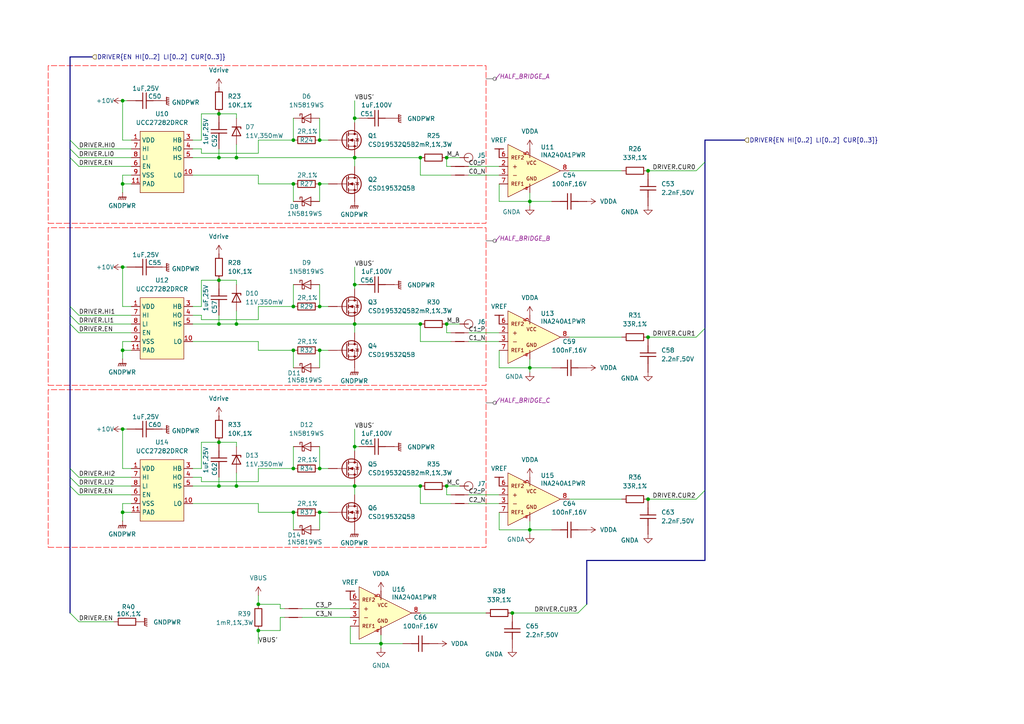
<source format=kicad_sch>
(kicad_sch (version 20250114) (generator "eeschema") (generator_version "9.0")
  (paper "A4")
  (junction (at 148.59 177.8))
  (junction (at 92.71 101.6))
  (junction (at 63.5 81.28))
  (junction (at 129.54 140.97))
  (junction (at 187.96 97.79))
  (junction (at 187.96 49.53))
  (junction (at 74.93 182.88))
  (junction (at 92.71 135.89))
  (junction (at 85.09 135.89))
  (junction (at 35.56 148.59))
  (junction (at 63.5 93.98))
  (junction (at 35.56 101.6))
  (junction (at 74.93 175.26))
  (junction (at 68.58 93.98))
  (junction (at 129.54 93.98))
  (junction (at 63.5 128.27))
  (junction (at 102.87 93.98))
  (junction (at 102.87 34.29))
  (junction (at 35.56 124.46))
  (junction (at 85.09 148.59))
  (junction (at 102.87 129.54))
  (junction (at 121.92 93.98))
  (junction (at 85.09 53.34))
  (junction (at 92.71 88.9))
  (junction (at 121.92 140.97))
  (junction (at 35.56 77.47))
  (junction (at 63.5 140.97))
  (junction (at 35.56 53.34))
  (junction (at 68.58 45.72))
  (junction (at 92.71 40.64))
  (junction (at 121.92 45.72))
  (junction (at 63.5 45.72))
  (junction (at 110.49 186.69))
  (junction (at 102.87 45.72))
  (junction (at 63.5 33.02))
  (junction (at 92.71 148.59))
  (junction (at 153.67 153.67))
  (junction (at 129.54 45.72))
  (junction (at 187.96 144.78))
  (junction (at 35.56 29.21))
  (junction (at 85.09 101.6))
  (junction (at 102.87 82.55))
  (junction (at 85.09 88.9))
  (junction (at 68.58 140.97))
  (junction (at 153.67 58.42))
  (junction (at 92.71 53.34))
  (junction (at 85.09 40.64))
  (junction (at 153.67 106.68))
  (junction (at 102.87 140.97))
  (bus_entry (at 20.32 177.8) (size 2.54 2.54))
  (bus_entry (at 201.93 144.78) (size 2.54 -2.54))
  (bus_entry (at 20.32 135.89) (size 2.54 2.54))
  (bus_entry (at 20.32 88.9) (size 2.54 2.54))
  (bus_entry (at 20.32 93.98) (size 2.54 2.54))
  (bus_entry (at 201.93 49.53) (size 2.54 -2.54))
  (bus_entry (at 20.32 40.64) (size 2.54 2.54))
  (bus_entry (at 20.32 45.72) (size 2.54 2.54))
  (bus_entry (at 167.64 177.8) (size 2.54 -2.54))
  (bus_entry (at 201.93 97.79) (size 2.54 -2.54))
  (bus_entry (at 20.32 140.97) (size 2.54 2.54))
  (bus_entry (at 20.32 43.18) (size 2.54 2.54))
  (bus_entry (at 20.32 91.44) (size 2.54 2.54))
  (bus_entry (at 20.32 138.43) (size 2.54 2.54))
  (wire (pts (xy 85.09 106.68) (xy 85.09 101.6)))
  (wire (pts (xy 104.14 82.55) (xy 102.87 82.55)))
  (wire (pts (xy 22.86 93.98) (xy 38.1 93.98)))
  (wire (pts (xy 38.1 135.89) (xy 35.56 135.89)))
  (wire (pts (xy 58.42 40.64) (xy 58.42 33.02)))
  (wire (pts (xy 58.42 135.89) (xy 58.42 128.27)))
  (wire (pts (xy 101.6 186.69) (xy 110.49 186.69)))
  (bus (pts (xy 20.32 45.72) (xy 20.32 88.9)))
  (wire (pts (xy 35.56 77.47) (xy 35.56 88.9)))
  (wire (pts (xy 92.71 82.55) (xy 92.71 88.9)))
  (wire (pts (xy 63.5 128.27) (xy 68.58 128.27)))
  (wire (pts (xy 101.6 181.61) (xy 101.6 186.69)))
  (wire (pts (xy 92.71 135.89) (xy 95.25 135.89)))
  (wire (pts (xy 92.71 40.64) (xy 95.25 40.64)))
  (wire (pts (xy 63.5 140.97) (xy 68.58 140.97)))
  (wire (pts (xy 68.58 137.16) (xy 68.58 140.97)))
  (wire (pts (xy 55.88 93.98) (xy 63.5 93.98)))
  (wire (pts (xy 74.93 135.89) (xy 85.09 135.89)))
  (wire (pts (xy 74.93 135.89) (xy 74.93 139.7)))
  (wire (pts (xy 55.88 138.43) (xy 58.42 138.43)))
  (wire (pts (xy 74.93 50.8) (xy 74.93 53.34)))
  (bus (pts (xy 170.18 162.56) (xy 170.18 175.26)))
  (wire (pts (xy 121.92 45.72) (xy 102.87 45.72)))
  (wire (pts (xy 68.58 45.72) (xy 102.87 45.72)))
  (wire (pts (xy 130.81 48.26) (xy 129.54 48.26)))
  (wire (pts (xy 35.56 148.59) (xy 38.1 148.59)))
  (wire (pts (xy 121.92 140.97) (xy 121.92 146.05)))
  (wire (pts (xy 22.86 138.43) (xy 38.1 138.43)))
  (wire (pts (xy 22.86 48.26) (xy 38.1 48.26)))
  (wire (pts (xy 35.56 53.34) (xy 35.56 55.88)))
  (wire (pts (xy 81.28 182.88) (xy 81.28 179.07)))
  (wire (pts (xy 55.88 40.64) (xy 58.42 40.64)))
  (wire (pts (xy 35.56 101.6) (xy 35.56 104.14)))
  (wire (pts (xy 153.67 106.68) (xy 153.67 104.14)))
  (bus (pts (xy 20.32 88.9) (xy 20.32 91.44)))
  (wire (pts (xy 121.92 140.97) (xy 102.87 140.97)))
  (wire (pts (xy 35.56 101.6) (xy 38.1 101.6)))
  (wire (pts (xy 102.87 29.21) (xy 102.87 34.29)))
  (wire (pts (xy 92.71 106.68) (xy 92.71 101.6)))
  (wire (pts (xy 144.78 96.52) (xy 135.89 96.52)))
  (wire (pts (xy 35.56 77.47) (xy 36.83 77.47)))
  (wire (pts (xy 55.88 99.06) (xy 74.93 99.06)))
  (wire (pts (xy 148.59 177.8) (xy 167.64 177.8)))
  (wire (pts (xy 102.87 82.55) (xy 102.87 83.82)))
  (bus (pts (xy 20.32 135.89) (xy 20.32 138.43)))
  (wire (pts (xy 187.96 144.78) (xy 201.93 144.78)))
  (wire (pts (xy 135.89 146.05) (xy 144.78 146.05)))
  (wire (pts (xy 55.88 50.8) (xy 74.93 50.8)))
  (wire (pts (xy 74.93 101.6) (xy 85.09 101.6)))
  (wire (pts (xy 85.09 153.67) (xy 85.09 148.59)))
  (wire (pts (xy 121.92 146.05) (xy 130.81 146.05)))
  (wire (pts (xy 187.96 97.79) (xy 201.93 97.79)))
  (wire (pts (xy 153.67 153.67) (xy 160.02 153.67)))
  (wire (pts (xy 121.92 45.72) (xy 121.92 50.8)))
  (wire (pts (xy 63.5 91.44) (xy 63.5 93.98)))
  (wire (pts (xy 74.93 40.64) (xy 85.09 40.64)))
  (bus (pts (xy 20.32 140.97) (xy 20.32 177.8)))
  (wire (pts (xy 165.1 97.79) (xy 180.34 97.79)))
  (wire (pts (xy 63.5 93.98) (xy 68.58 93.98)))
  (wire (pts (xy 121.92 93.98) (xy 121.92 99.06)))
  (bus (pts (xy 204.47 95.25) (xy 204.47 142.24)))
  (wire (pts (xy 38.1 88.9) (xy 35.56 88.9)))
  (wire (pts (xy 81.28 179.07) (xy 82.55 179.07)))
  (wire (pts (xy 68.58 90.17) (xy 68.58 93.98)))
  (bus (pts (xy 215.9 40.64) (xy 204.47 40.64)))
  (wire (pts (xy 68.58 140.97) (xy 102.87 140.97)))
  (wire (pts (xy 129.54 143.51) (xy 129.54 140.97)))
  (wire (pts (xy 92.71 101.6) (xy 95.25 101.6)))
  (wire (pts (xy 104.14 129.54) (xy 102.87 129.54)))
  (wire (pts (xy 144.78 153.67) (xy 153.67 153.67)))
  (wire (pts (xy 68.58 93.98) (xy 102.87 93.98)))
  (wire (pts (xy 85.09 129.54) (xy 85.09 135.89)))
  (wire (pts (xy 58.42 139.7) (xy 74.93 139.7)))
  (wire (pts (xy 153.67 107.95) (xy 153.67 106.68)))
  (bus (pts (xy 20.32 16.51) (xy 20.32 40.64)))
  (wire (pts (xy 116.84 186.69) (xy 110.49 186.69)))
  (wire (pts (xy 121.92 177.8) (xy 140.97 177.8)))
  (wire (pts (xy 153.67 154.94) (xy 153.67 153.67)))
  (wire (pts (xy 58.42 33.02) (xy 63.5 33.02)))
  (bus (pts (xy 20.32 138.43) (xy 20.32 140.97)))
  (wire (pts (xy 35.56 29.21) (xy 36.83 29.21)))
  (wire (pts (xy 102.87 140.97) (xy 102.87 143.51)))
  (wire (pts (xy 58.42 128.27) (xy 63.5 128.27)))
  (wire (pts (xy 33.02 180.34) (xy 22.86 180.34)))
  (wire (pts (xy 38.1 50.8) (xy 35.56 50.8)))
  (wire (pts (xy 68.58 34.29) (xy 68.58 33.02)))
  (wire (pts (xy 129.54 140.97) (xy 133.35 140.97)))
  (wire (pts (xy 129.54 45.72) (xy 133.35 45.72)))
  (wire (pts (xy 35.56 124.46) (xy 35.56 135.89)))
  (wire (pts (xy 144.78 53.34) (xy 144.78 58.42)))
  (wire (pts (xy 92.71 153.67) (xy 92.71 148.59)))
  (wire (pts (xy 165.1 144.78) (xy 180.34 144.78)))
  (wire (pts (xy 129.54 93.98) (xy 133.35 93.98)))
  (wire (pts (xy 68.58 41.91) (xy 68.58 45.72)))
  (wire (pts (xy 135.89 50.8) (xy 144.78 50.8)))
  (wire (pts (xy 22.86 45.72) (xy 38.1 45.72)))
  (wire (pts (xy 87.63 176.53) (xy 101.6 176.53)))
  (wire (pts (xy 63.5 81.28) (xy 68.58 81.28)))
  (wire (pts (xy 102.87 77.47) (xy 102.87 82.55)))
  (wire (pts (xy 135.89 48.26) (xy 144.78 48.26)))
  (wire (pts (xy 74.93 186.69) (xy 74.93 182.88)))
  (wire (pts (xy 81.28 175.26) (xy 74.93 175.26)))
  (wire (pts (xy 38.1 99.06) (xy 35.56 99.06)))
  (wire (pts (xy 38.1 40.64) (xy 35.56 40.64)))
  (wire (pts (xy 74.93 172.72) (xy 74.93 175.26)))
  (wire (pts (xy 144.78 106.68) (xy 153.67 106.68)))
  (wire (pts (xy 22.86 91.44) (xy 38.1 91.44)))
  (wire (pts (xy 104.14 34.29) (xy 102.87 34.29)))
  (wire (pts (xy 129.54 48.26) (xy 129.54 45.72)))
  (wire (pts (xy 121.92 50.8) (xy 130.81 50.8)))
  (wire (pts (xy 153.67 153.67) (xy 153.67 151.13)))
  (wire (pts (xy 63.5 138.43) (xy 63.5 140.97)))
  (wire (pts (xy 92.71 88.9) (xy 95.25 88.9)))
  (wire (pts (xy 85.09 82.55) (xy 85.09 88.9)))
  (wire (pts (xy 74.93 53.34) (xy 85.09 53.34)))
  (wire (pts (xy 153.67 58.42) (xy 160.02 58.42)))
  (bus (pts (xy 204.47 46.99) (xy 204.47 95.25)))
  (wire (pts (xy 58.42 92.71) (xy 74.93 92.71)))
  (wire (pts (xy 58.42 44.45) (xy 74.93 44.45)))
  (wire (pts (xy 144.78 148.59) (xy 144.78 153.67)))
  (wire (pts (xy 74.93 148.59) (xy 85.09 148.59)))
  (wire (pts (xy 55.88 88.9) (xy 58.42 88.9)))
  (wire (pts (xy 22.86 96.52) (xy 38.1 96.52)))
  (wire (pts (xy 58.42 91.44) (xy 58.42 92.71)))
  (wire (pts (xy 55.88 146.05) (xy 74.93 146.05)))
  (wire (pts (xy 74.93 88.9) (xy 74.93 92.71)))
  (wire (pts (xy 102.87 34.29) (xy 102.87 35.56)))
  (wire (pts (xy 102.87 124.46) (xy 102.87 129.54)))
  (bus (pts (xy 20.32 43.18) (xy 20.32 45.72)))
  (wire (pts (xy 165.1 49.53) (xy 180.34 49.53)))
  (wire (pts (xy 87.63 179.07) (xy 101.6 179.07)))
  (wire (pts (xy 110.49 187.96) (xy 110.49 186.69)))
  (wire (pts (xy 22.86 140.97) (xy 38.1 140.97)))
  (wire (pts (xy 153.67 59.69) (xy 153.67 58.42)))
  (wire (pts (xy 35.56 50.8) (xy 35.56 53.34)))
  (wire (pts (xy 85.09 58.42) (xy 85.09 53.34)))
  (wire (pts (xy 144.78 58.42) (xy 153.67 58.42)))
  (bus (pts (xy 204.47 40.64) (xy 204.47 46.99)))
  (wire (pts (xy 129.54 96.52) (xy 129.54 93.98)))
  (wire (pts (xy 81.28 176.53) (xy 82.55 176.53)))
  (wire (pts (xy 74.93 146.05) (xy 74.93 148.59)))
  (wire (pts (xy 74.93 40.64) (xy 74.93 44.45)))
  (wire (pts (xy 55.88 91.44) (xy 58.42 91.44)))
  (wire (pts (xy 92.71 58.42) (xy 92.71 53.34)))
  (wire (pts (xy 74.93 182.88) (xy 81.28 182.88)))
  (wire (pts (xy 63.5 33.02) (xy 68.58 33.02)))
  (wire (pts (xy 58.42 43.18) (xy 58.42 44.45)))
  (wire (pts (xy 74.93 88.9) (xy 85.09 88.9)))
  (wire (pts (xy 144.78 143.51) (xy 135.89 143.51)))
  (wire (pts (xy 102.87 93.98) (xy 102.87 96.52)))
  (wire (pts (xy 35.56 99.06) (xy 35.56 101.6)))
  (wire (pts (xy 81.28 176.53) (xy 81.28 175.26)))
  (wire (pts (xy 135.89 99.06) (xy 144.78 99.06)))
  (wire (pts (xy 92.71 129.54) (xy 92.71 135.89)))
  (wire (pts (xy 130.81 96.52) (xy 129.54 96.52)))
  (bus (pts (xy 204.47 142.24) (xy 204.47 162.56)))
  (wire (pts (xy 55.88 43.18) (xy 58.42 43.18)))
  (bus (pts (xy 20.32 91.44) (xy 20.32 93.98)))
  (wire (pts (xy 63.5 43.18) (xy 63.5 45.72)))
  (bus (pts (xy 204.47 162.56) (xy 170.18 162.56)))
  (wire (pts (xy 68.58 82.55) (xy 68.58 81.28)))
  (wire (pts (xy 55.88 140.97) (xy 63.5 140.97)))
  (wire (pts (xy 38.1 146.05) (xy 35.56 146.05)))
  (bus (pts (xy 20.32 93.98) (xy 20.32 135.89)))
  (wire (pts (xy 58.42 138.43) (xy 58.42 139.7)))
  (wire (pts (xy 110.49 186.69) (xy 110.49 184.15)))
  (wire (pts (xy 92.71 34.29) (xy 92.71 40.64)))
  (wire (pts (xy 68.58 129.54) (xy 68.58 128.27)))
  (wire (pts (xy 74.93 99.06) (xy 74.93 101.6)))
  (wire (pts (xy 22.86 143.51) (xy 38.1 143.51)))
  (wire (pts (xy 55.88 135.89) (xy 58.42 135.89)))
  (wire (pts (xy 35.56 124.46) (xy 36.83 124.46)))
  (wire (pts (xy 58.42 81.28) (xy 63.5 81.28)))
  (wire (pts (xy 22.86 43.18) (xy 38.1 43.18)))
  (wire (pts (xy 121.92 99.06) (xy 130.81 99.06)))
  (wire (pts (xy 92.71 53.34) (xy 95.25 53.34)))
  (wire (pts (xy 92.71 148.59) (xy 95.25 148.59)))
  (bus (pts (xy 26.67 16.51) (xy 20.32 16.51)))
  (wire (pts (xy 55.88 45.72) (xy 63.5 45.72)))
  (wire (pts (xy 144.78 101.6) (xy 144.78 106.68)))
  (wire (pts (xy 35.56 53.34) (xy 38.1 53.34)))
  (wire (pts (xy 121.92 93.98) (xy 102.87 93.98)))
  (wire (pts (xy 153.67 58.42) (xy 153.67 55.88)))
  (wire (pts (xy 187.96 49.53) (xy 201.93 49.53)))
  (wire (pts (xy 58.42 88.9) (xy 58.42 81.28)))
  (wire (pts (xy 130.81 143.51) (xy 129.54 143.51)))
  (bus (pts (xy 20.32 40.64) (xy 20.32 43.18)))
  (wire (pts (xy 35.56 146.05) (xy 35.56 148.59)))
  (wire (pts (xy 153.67 106.68) (xy 160.02 106.68)))
  (wire (pts (xy 102.87 45.72) (xy 102.87 48.26)))
  (wire (pts (xy 35.56 148.59) (xy 35.56 151.13)))
  (wire (pts (xy 85.09 34.29) (xy 85.09 40.64)))
  (wire (pts (xy 35.56 29.21) (xy 35.56 40.64)))
  (wire (pts (xy 63.5 45.72) (xy 68.58 45.72)))
  (wire (pts (xy 102.87 129.54) (xy 102.87 130.81)))
  (label "C2_P" (at 135.89 143.51 0))
  (label "C0_P" (at 135.89 48.26 0))
  (label "DRIVER.LI0" (at 22.86 45.72 0))
  (label "DRIVER.EN" (at 22.86 180.34 0))
  (label "DRIVER.CUR0" (at 189.23 49.53 0))
  (label "DRIVER.HI0" (at 22.86 43.18 0))
  (label "DRIVER.EN" (at 22.86 143.51 0))
  (label "DRIVER.HI2" (at 22.86 138.43 0))
  (label "M_B" (at 129.54 93.98 0))
  (label "VBUS'" (at 74.93 186.69 0))
  (label "M_A" (at 129.54 45.72 0))
  (label "C1_N" (at 135.89 99.06 0))
  (label "C3_P" (at 91.44 176.53 0))
  (label "DRIVER.EN" (at 22.86 96.52 0))
  (label "C3_N" (at 91.44 179.07 0))
  (label "M_C" (at 129.54 140.97 0))
  (label "DRIVER.EN" (at 22.86 48.26 0))
  (label "DRIVER.CUR1" (at 189.23 97.79 0))
  (label "DRIVER.CUR2" (at 189.23 144.78 0))
  (label "VBUS'" (at 102.87 124.46 0))
  (label "C1_P" (at 135.89 96.52 0))
  (label "VBUS'" (at 102.87 77.47 0))
  (label "DRIVER.LI1" (at 22.86 93.98 0))
  (label "C0_N" (at 135.89 50.8 0))
  (label "VBUS'" (at 102.87 29.21 0))
  (label "DRIVER.LI2" (at 22.86 140.97 0))
  (label "DRIVER.HI1" (at 22.86 91.44 0))
  (label "DRIVER.CUR3" (at 154.94 177.8 0))
  (label "C2_N" (at 135.89 146.05 0))
  (hierarchical_label "DRIVER{EN HI[0..2] LI[0..2] CUR[0..3]}" (shape input) (at 26.67 16.51 0))
  (hierarchical_label "DRIVER{EN HI[0..2] LI[0..2] CUR[0..3]}" (shape input) (at 215.9 40.64 0))
  (rule_area (polyline (pts (xy 13.97 158.75) (xy 140.97 158.75) (xy 140.97 113.03) (xy 13.97 113.03)) (stroke (width 0) (type dash))))
  (rule_area (polyline (pts (xy 13.97 111.76) (xy 140.97 111.76) (xy 140.97 66.04) (xy 13.97 66.04)) (stroke (width 0) (type dash))))
  (rule_area (polyline (pts (xy 13.97 64.77) (xy 140.97 64.77) (xy 140.97 19.05) (xy 13.97 19.05)) (stroke (width 0) (type dash))))
  (netclass_flag "" (length 2.54) (shape round) (at 140.97 69.85 270) (property "Component Class" "${SHEETPATH}HALF_BRIDGE_B" (at 143.51 69.1515 0) (effects (font (italic yes)) (justify left))))
  (netclass_flag "" (length 2.54) (shape round) (at 140.97 116.84 270) (property "Component Class" "${SHEETPATH}HALF_BRIDGE_C" (at 143.51 116.1415 0) (effects (font (italic yes)) (justify left))))
  (netclass_flag "" (length 2.54) (shape round) (at 140.97 22.86 270) (property "Component Class" "${SHEETPATH}HALF_BRIDGE_A" (at 143.51 22.1615 0) (effects (font (italic yes)) (justify left))))
  (symbol (lib_id "HPM6280Foc:CL31B105KCHNNNE") (at 109.22 34.29 180) (unit 1)
    (property "Reference" "C51" (at 106.426 33.02 0))
    (property "Value" "1uF,100V" (at 109.22 30.48 0))
    (property "Footprint" "Capacitor_SMD:C_1206_3216Metric" (effects (hide yes)))
    (property "华秋编号" "G0022051" (effects (hide yes)))
    (property "立创编号" "C13832" (effects (hide yes)))
    (instances (project "HPM5E31_ECatDualFOC" (path "" (reference "C51") (unit 1)) (path "" (reference "C68") (unit 1))))
  )
  (symbol (lib_id "HPM6280Foc:CL05A105KA5NQNC") (at 41.91 77.47 180) (unit 1)
    (property "Reference" "C55" (at 42.926 76.2 0) (effects (justify right)))
    (property "Value" "1uF,25V" (at 38.354 73.914 0) (effects (justify right)))
    (property "Footprint" "Capacitor_SMD:C_0402_1005Metric" (effects (hide yes)))
    (property "制造商" "SAMSUNG(三星)" (effects (hide yes)))
    (property "华秋编号" "G0023341" (effects (hide yes)))
    (property "立创编号" "C52923" (effects (hide yes)))
    (instances (project "HPM5E31_ECatDualFOC" (path "" (reference "C55") (unit 1)) (path "" (reference "C72") (unit 1))))
  )
  (symbol (lib_id "HPM6280Foc:CC0402KRX7R7BB104") (at 165.1 58.42 0) (unit 1)
    (property "Reference" "C54" (at 165.1 50.8 0))
    (property "Value" "100nF,16V" (at 165.1 53.34 0))
    (property "Footprint" "Capacitor_SMD:C_0402_1005Metric" (effects (hide yes)))
    (property "制造商" "YAGEO(国巨)" (effects (hide yes)))
    (property "华秋编号" "G0042289" (effects (hide yes)))
    (property "立创编号" "C60474" (effects (hide yes)))
    (instances (project "HPM5E31_ECatDualFOC" (path "" (reference "C54") (unit 1)) (path "" (reference "C71") (unit 1))))
  )
  (symbol (lib_id "power:GNDA") (at 187.96 59.69 0) (unit 1)
    (property "Reference" "#PWR083" (effects (hide yes)))
    (property "Value" "GNDA" (at 182.626 61.468 0))
    (property "Description" "Power symbol creates a global label with name \"GNDA\" , analog ground" (effects (hide yes)))
    (instances (project "HPM5E31_ECatDualFOC" (path "" (reference "#PWR083") (unit 1)) (path "" (reference "#PWR0123") (unit 1))))
  )
  (symbol (lib_id "HPM6280Foc:1N5819WS") (at 88.9 82.55 0) (unit 1)
    (property "Reference" "D9" (at 88.9 76.2 0))
    (property "Value" "1N5819WS" (at 88.9 78.74 0))
    (property "Footprint" "Diode_SMD:D_SOD-323" (effects (hide yes)))
    (property "Datasheet" "https://atta.szlcsc.com/upload/public/pdf/source/20230529/214B3FB8D4596818D3F2CF30260BF240.pdf" (effects (hide yes)))
    (property "Description" "40V,1A,600mV" (effects (hide yes)))
    (property "华秋编号" "G6013981" (effects (hide yes)))
    (property "立创编号" "C7202959" (effects (hide yes)))
    (instances (project "HPM5E31_ECatDualFOC" (path "" (reference "D9") (unit 1)) (path "" (reference "D18") (unit 1))))
  )
  (symbol (lib_id "HPM6280Foc:CSD19532Q5B") (at 100.33 148.59 0) (unit 1)
    (property "Reference" "Q6" (at 106.68 147.3199 0) (effects (justify left)))
    (property "Value" "CSD19532Q5B" (at 106.68 149.8599 0) (effects (justify left)))
    (property "Footprint" "Library:PQFN-8-EP_6x5mm_P1.27mm_Generic" (effects (hide yes)))
    (property "Datasheet" "https://www.ti.com.cn/cn/lit/ds/symlink/csd19532q5b.pdf?ts=1749226486871&ref_url=https%253A%252F%252Fwww.ti.com.cn%252Fproduct%252Fcn%252FCSD19532Q5B" (effects (hide yes)))
    (property "Description" "CSD19532Q5B 100V N 通道 NexFET™功率金属氧化物半导体场效应晶体 管 (MOSFET)" (effects (hide yes)))
    (property "Sim.Device" "NMOS" (effects (hide yes)))
    (property "Sim.Type" "VDMOS" (effects (hide yes)))
    (property "Sim.Pins" "1=D 2=G 3=S" (effects (hide yes)))
    (property "华秋编号" "G0053067" (effects (hide yes)))
    (property "立创编号" "C473333" (effects (hide yes)))
    (instances (project "HPM5E31_ECatDualFOC" (path "" (reference "Q6") (unit 1)) (path "" (reference "Q12") (unit 1))))
  )
  (symbol (lib_id "power:VDDA") (at 153.67 43.18 0) (unit 1)
    (property "Reference" "#PWR077" (effects (hide yes)))
    (property "Value" "VDDA" (at 153.67 38.1 0))
    (property "Description" "Power symbol creates a global label with name \"VDDA\"" (effects (hide yes)))
    (instances (project "HPM5E31_ECatDualFOC" (path "" (reference "#PWR077") (unit 1)) (path "" (reference "#PWR0117") (unit 1))))
  )
  (symbol (lib_id "HPM6280Foc:CL31B105KCHNNNE") (at 109.22 82.55 180) (unit 1)
    (property "Reference" "C56" (at 106.426 81.28 0))
    (property "Value" "1uF,100V" (at 109.22 78.74 0))
    (property "Footprint" "Capacitor_SMD:C_1206_3216Metric" (effects (hide yes)))
    (property "华秋编号" "G0022051" (effects (hide yes)))
    (property "立创编号" "C13832" (effects (hide yes)))
    (instances (project "HPM5E31_ECatDualFOC" (path "" (reference "C56") (unit 1)) (path "" (reference "C73") (unit 1))))
  )
  (symbol (lib_id "power:GNDPWR") (at 114.3 34.29 90) (unit 1)
    (property "Reference" "#PWR076" (effects (hide yes)))
    (property "Value" "GNDPWR" (at 118.11 34.4169 90) (effects (justify right)))
    (property "Description" "Power symbol creates a global label with name \"GNDPWR\" , global ground" (effects (hide yes)))
    (instances (project "HPM5E31_ECatDualFOC" (path "" (reference "#PWR076") (unit 1)) (path "" (reference "#PWR0116") (unit 1))))
  )
  (symbol (lib_id "HPM6280Foc:INA240A1PWR") (at 162.56 97.79 0) (mirror y) (unit 1)
    (property "Reference" "U13" (at 160.782 90.932 0) (effects (justify left)))
    (property "Value" "INA240A1PWR" (at 169.926 93.218 0) (effects (justify left)))
    (property "Footprint" "Package_SO:TSSOP-8_4.4x3mm_P0.65mm" (effects (hide yes)))
    (property "Datasheet" "https://www.ti.com.cn/cn/lit/ds/symlink/ina240.pdf?ts=1749308867812&ref_url=https%253A%252F%252Fwww.ti.com.cn%252Fproduct%252Fcn%252FINA240" (effects (hide yes)))
    (property "Description" "具有增强的 PWM 抑制能力的 -4V 至 80V、双向、超精密电流感测放大器" (effects (hide yes)))
    (property "华秋编号" "G1586967" (effects (hide yes)))
    (property "立创编号" "C93965" (effects (hide yes)))
    (instances (project "HPM5E31_ECatDualFOC" (path "" (reference "U13") (unit 1)) (path "" (reference "U20") (unit 1))))
  )
  (symbol (lib_id "HPM6280Foc:1N5819WS") (at 88.9 106.68 0) (unit 1)
    (property "Reference" "D11" (at 85.344 108.204 0))
    (property "Value" "1N5819WS" (at 88.392 110.236 0))
    (property "Footprint" "Diode_SMD:D_SOD-323" (effects (hide yes)))
    (property "Datasheet" "https://atta.szlcsc.com/upload/public/pdf/source/20230529/214B3FB8D4596818D3F2CF30260BF240.pdf" (effects (hide yes)))
    (property "Description" "40V,1A,600mV" (effects (hide yes)))
    (property "华秋编号" "G6013981" (effects (hide yes)))
    (property "立创编号" "C7202959" (effects (hide yes)))
    (instances (project "HPM5E31_ECatDualFOC" (path "" (reference "D11") (unit 1)) (path "" (reference "D20") (unit 1))))
  )
  (symbol (lib_id "HPM6280Foc:1N5819WS") (at 88.9 34.29 0) (unit 1)
    (property "Reference" "D6" (at 88.9 27.94 0))
    (property "Value" "1N5819WS" (at 88.9 30.48 0))
    (property "Footprint" "Diode_SMD:D_SOD-323" (effects (hide yes)))
    (property "Datasheet" "https://atta.szlcsc.com/upload/public/pdf/source/20230529/214B3FB8D4596818D3F2CF30260BF240.pdf" (effects (hide yes)))
    (property "Description" "40V,1A,600mV" (effects (hide yes)))
    (property "华秋编号" "G6013981" (effects (hide yes)))
    (property "立创编号" "C7202959" (effects (hide yes)))
    (instances (project "HPM5E31_ECatDualFOC" (path "" (reference "D6") (unit 1)) (path "" (reference "D15") (unit 1))))
  )
  (symbol (lib_id "HPM6280Foc:CL05A105KA5NQNC") (at 41.91 124.46 180) (unit 1)
    (property "Reference" "C60" (at 42.926 123.19 0) (effects (justify right)))
    (property "Value" "1uF,25V" (at 38.354 120.904 0) (effects (justify right)))
    (property "Footprint" "Capacitor_SMD:C_0402_1005Metric" (effects (hide yes)))
    (property "制造商" "SAMSUNG(三星)" (effects (hide yes)))
    (property "华秋编号" "G0023341" (effects (hide yes)))
    (property "立创编号" "C52923" (effects (hide yes)))
    (instances (project "HPM5E31_ECatDualFOC" (path "" (reference "C60") (unit 1)) (path "" (reference "C77") (unit 1))))
  )
  (symbol (lib_id "HPM6280Foc:0402WGF200KTCE") (at 88.9 148.59 0) (unit 1)
    (property "Reference" "R37" (at 88.9 148.59 0))
    (property "Value" "2R,1%" (at 89.154 146.05 0))
    (property "Footprint" "Resistor_SMD:R_0402_1005Metric" (effects (hide yes)))
    (property "Datasheet" "https://item.szlcsc.com/datasheet/0402WGF200KTCE/260010.html?spm=sc.it.xds.a___sc.cidn.xh1.zy.n&lcsc_vid=RFBZU1BXFlVXXwIAFldZUQYEEwRfUwFQQVdcX1JeQ1cxVlNSTlJYUFxSQ1dWXzsOAxUeFF5JWBIBSRccGwIdBEoFGAxBAAgJFQACSQwSGg0%3D" (effects (hide yes)))
    (property "Description" "2Ω ±1% 62.5mW 厚膜电阻" (effects (hide yes)))
    (property "华秋编号" "G3327760" (effects (hide yes)))
    (property "立创编号" "C270630" (effects (hide yes)))
    (instances (project "HPM5E31_ECatDualFOC" (path "" (reference "R37") (unit 1)) (path "" (reference "R55") (unit 1))))
  )
  (symbol (lib_id "HPM6280Foc:VREF") (at 144.78 45.72 0) (unit 1)
    (property "Reference" "#PWR078" (effects (hide yes)))
    (property "Value" "VREF" (at 144.78 40.64 0))
    (property "Description" "电源符号创建名为 'VREF' 的全局标签" (effects (hide yes)))
    (instances (project "HPM5E31_ECatDualFOC" (path "" (reference "#PWR078") (unit 1)) (path "" (reference "#PWR0118") (unit 1))))
  )
  (symbol (lib_id "HPM6280Foc:0402WGF1002TCE") (at 63.5 124.46 90) (unit 1)
    (property "Reference" "R33" (at 66.04 123.1899 90) (effects (justify right)))
    (property "Value" "10K,1%" (at 66.04 125.7299 90) (effects (justify right)))
    (property "Footprint" "Resistor_SMD:R_0402_1005Metric" (effects (hide yes)))
    (property "Datasheet" "https://atta.szlcsc.com/upload/public/pdf/source/20200306/C422600_1E6D84923E4A46A82E41ADD87F860B5C.pdf" (effects (hide yes)))
    (property "华秋编号" "G0063278" (effects (hide yes)))
    (property "立创编号" "C25744" (effects (hide yes)))
    (instances (project "HPM5E31_ECatDualFOC" (path "" (reference "R33") (unit 1)) (path "" (reference "R51") (unit 1))))
  )
  (symbol (lib_id "power:GNDA") (at 187.96 154.94 0) (unit 1)
    (property "Reference" "#PWR0105" (effects (hide yes)))
    (property "Value" "GNDA" (at 182.626 156.718 0))
    (property "Description" "Power symbol creates a global label with name \"GNDA\" , analog ground" (effects (hide yes)))
    (instances (project "HPM5E31_ECatDualFOC" (path "" (reference "#PWR0105") (unit 1)) (path "" (reference "#PWR0145") (unit 1))))
  )
  (symbol (lib_id "HPM6280Foc:0402WGF200KTCE") (at 88.9 88.9 0) (unit 1)
    (property "Reference" "R29" (at 88.9 88.9 0))
    (property "Value" "2R,1%" (at 89.154 86.36 0))
    (property "Footprint" "Resistor_SMD:R_0402_1005Metric" (effects (hide yes)))
    (property "Datasheet" "https://item.szlcsc.com/datasheet/0402WGF200KTCE/260010.html?spm=sc.it.xds.a___sc.cidn.xh1.zy.n&lcsc_vid=RFBZU1BXFlVXXwIAFldZUQYEEwRfUwFQQVdcX1JeQ1cxVlNSTlJYUFxSQ1dWXzsOAxUeFF5JWBIBSRccGwIdBEoFGAxBAAgJFQACSQwSGg0%3D" (effects (hide yes)))
    (property "Description" "2Ω ±1% 62.5mW 厚膜电阻" (effects (hide yes)))
    (property "华秋编号" "G3327760" (effects (hide yes)))
    (property "立创编号" "C270630" (effects (hide yes)))
    (instances (project "HPM5E31_ECatDualFOC" (path "" (reference "R29") (unit 1)) (path "" (reference "R47") (unit 1))))
  )
  (symbol (lib_id "power:VDDA") (at 153.67 91.44 0) (unit 1)
    (property "Reference" "#PWR088" (effects (hide yes)))
    (property "Value" "VDDA" (at 153.67 86.36 0))
    (property "Description" "Power symbol creates a global label with name \"VDDA\"" (effects (hide yes)))
    (instances (project "HPM5E31_ECatDualFOC" (path "" (reference "#PWR088") (unit 1)) (path "" (reference "#PWR0128") (unit 1))))
  )
  (symbol (lib_id "HPM6280Foc:CSD19532Q5B") (at 100.33 101.6 0) (unit 1)
    (property "Reference" "Q4" (at 106.68 100.3299 0) (effects (justify left)))
    (property "Value" "CSD19532Q5B" (at 106.68 102.8699 0) (effects (justify left)))
    (property "Footprint" "Library:PQFN-8-EP_6x5mm_P1.27mm_Generic" (effects (hide yes)))
    (property "Datasheet" "https://www.ti.com.cn/cn/lit/ds/symlink/csd19532q5b.pdf?ts=1749226486871&ref_url=https%253A%252F%252Fwww.ti.com.cn%252Fproduct%252Fcn%252FCSD19532Q5B" (effects (hide yes)))
    (property "Description" "CSD19532Q5B 100V N 通道 NexFET™功率金属氧化物半导体场效应晶体 管 (MOSFET)" (effects (hide yes)))
    (property "Sim.Device" "NMOS" (effects (hide yes)))
    (property "Sim.Type" "VDMOS" (effects (hide yes)))
    (property "Sim.Pins" "1=D 2=G 3=S" (effects (hide yes)))
    (property "华秋编号" "G0053067" (effects (hide yes)))
    (property "立创编号" "C473333" (effects (hide yes)))
    (instances (project "HPM5E31_ECatDualFOC" (path "" (reference "Q4") (unit 1)) (path "" (reference "Q10") (unit 1))))
  )
  (symbol (lib_id "HPM6280Foc:CSD19532Q5B") (at 100.33 135.89 0) (unit 1)
    (property "Reference" "Q5" (at 106.68 134.6199 0) (effects (justify left)))
    (property "Value" "CSD19532Q5B" (at 106.68 137.1599 0) (effects (justify left)))
    (property "Footprint" "Library:PQFN-8-EP_6x5mm_P1.27mm_Generic" (effects (hide yes)))
    (property "Datasheet" "https://www.ti.com.cn/cn/lit/ds/symlink/csd19532q5b.pdf?ts=1749226486871&ref_url=https%253A%252F%252Fwww.ti.com.cn%252Fproduct%252Fcn%252FCSD19532Q5B" (effects (hide yes)))
    (property "Description" "CSD19532Q5B 100V N 通道 NexFET™功率金属氧化物半导体场效应晶体 管 (MOSFET)" (effects (hide yes)))
    (property "Sim.Device" "NMOS" (effects (hide yes)))
    (property "Sim.Type" "VDMOS" (effects (hide yes)))
    (property "Sim.Pins" "1=D 2=G 3=S" (effects (hide yes)))
    (property "华秋编号" "G0053067" (effects (hide yes)))
    (property "立创编号" "C473333" (effects (hide yes)))
    (instances (project "HPM5E31_ECatDualFOC" (path "" (reference "Q5") (unit 1)) (path "" (reference "Q11") (unit 1))))
  )
  (symbol (lib_id "HPM6280Foc:INA240A1PWR") (at 162.56 144.78 0) (mirror y) (unit 1)
    (property "Reference" "U15" (at 160.782 137.922 0) (effects (justify left)))
    (property "Value" "INA240A1PWR" (at 169.926 140.208 0) (effects (justify left)))
    (property "Footprint" "Package_SO:TSSOP-8_4.4x3mm_P0.65mm" (effects (hide yes)))
    (property "Datasheet" "https://www.ti.com.cn/cn/lit/ds/symlink/ina240.pdf?ts=1749308867812&ref_url=https%253A%252F%252Fwww.ti.com.cn%252Fproduct%252Fcn%252FINA240" (effects (hide yes)))
    (property "Description" "具有增强的 PWM 抑制能力的 -4V 至 80V、双向、超精密电流感测放大器" (effects (hide yes)))
    (property "华秋编号" "G1586967" (effects (hide yes)))
    (property "立创编号" "C93965" (effects (hide yes)))
    (instances (project "HPM5E31_ECatDualFOC" (path "" (reference "U15") (unit 1)) (path "" (reference "U22") (unit 1))))
  )
  (symbol (lib_id "HPM6280Foc:CL05A105KA5NQNC") (at 63.5 86.36 90) (unit 1)
    (property "Reference" "C57" (at 62.23 87.122 0) (effects (justify right)))
    (property "Value" "1uF,25V" (at 59.69 82.55 0) (effects (justify right)))
    (property "Footprint" "Capacitor_SMD:C_0402_1005Metric" (effects (hide yes)))
    (property "制造商" "SAMSUNG(三星)" (effects (hide yes)))
    (property "华秋编号" "G0023341" (effects (hide yes)))
    (property "立创编号" "C52923" (effects (hide yes)))
    (instances (project "HPM5E31_ECatDualFOC" (path "" (reference "C57") (unit 1)) (path "" (reference "C74") (unit 1))))
  )
  (symbol (lib_id "HPM6280Foc:HoLLR2512-3W-2mR-1%") (at 125.73 140.97 0) (unit 1)
    (property "Reference" "R35" (at 125.73 134.62 0))
    (property "Value" "2mR,1%,3W" (at 125.73 137.16 0))
    (property "Footprint" "Resistor_SMD:R_2512_6332Metric" (effects (hide yes)))
    (property "Datasheet" "https://item.szlcsc.com/datasheet/HoLLR2512-3W-2mR-1%2525/3460474.html?spm=sc.it.xds.a___sc.gbn.xh1.zy.t&lcsc_vid=RFBZU1BXFlVXXwIAFldZUQYEEwRfUwFQQVdcX1JeQ1cxVlNSTlJeXlNURlhZVzsOAxUeFF5JWAgaAglIBBsCBBcFWQIBCks%3D" (effects (hide yes)))
    (property "Description" "2mΩ ±1% 3W" (effects (hide yes)))
    (property "华秋编号" "G11502563" (effects (hide yes)))
    (property "立创编号" "C2994640" (effects (hide yes)))
    (instances (project "HPM5E31_ECatDualFOC" (path "" (reference "R35") (unit 1)) (path "" (reference "R53") (unit 1))))
  )
  (symbol (lib_id "HPM6280Foc:CC0402KRX7R7BB104") (at 121.92 186.69 0) (unit 1)
    (property "Reference" "C66" (at 121.92 179.07 0))
    (property "Value" "100nF,16V" (at 121.92 181.61 0))
    (property "Footprint" "Capacitor_SMD:C_0402_1005Metric" (effects (hide yes)))
    (property "制造商" "YAGEO(国巨)" (effects (hide yes)))
    (property "华秋编号" "G0042289" (effects (hide yes)))
    (property "立创编号" "C60474" (effects (hide yes)))
    (instances (project "HPM5E31_ECatDualFOC" (path "" (reference "C66") (unit 1)) (path "" (reference "C83") (unit 1))))
  )
  (symbol (lib_id "HPM6280Foc:CL05A105KA5NQNC") (at 63.5 133.35 90) (unit 1)
    (property "Reference" "C62" (at 62.23 134.112 0) (effects (justify right)))
    (property "Value" "1uF,25V" (at 59.69 129.54 0) (effects (justify right)))
    (property "Footprint" "Capacitor_SMD:C_0402_1005Metric" (effects (hide yes)))
    (property "制造商" "SAMSUNG(三星)" (effects (hide yes)))
    (property "华秋编号" "G0023341" (effects (hide yes)))
    (property "立创编号" "C52923" (effects (hide yes)))
    (instances (project "HPM5E31_ECatDualFOC" (path "" (reference "C62") (unit 1)) (path "" (reference "C79") (unit 1))))
  )
  (symbol (lib_id "HPM6280Foc:YZ-1") (at 135.89 93.98 0) (unit 1)
    (property "Reference" "J6" (at 138.43 93.3449 0) (effects (justify left)))
    (property "Value" "~" (at 138.43 95.25 0) (effects (justify left)))
    (property "Footprint" "Library:YZ-1" (effects (hide yes)))
    (instances (project "HPM5E31_ECatDualFOC" (path "" (reference "J6") (unit 1)) (path "" (reference "J9") (unit 1))))
  )
  (symbol (lib_id "power:GNDA") (at 148.59 187.96 0) (unit 1)
    (property "Reference" "#PWR0112" (effects (hide yes)))
    (property "Value" "GNDA" (at 143.256 189.738 0))
    (property "Description" "Power symbol creates a global label with name \"GNDA\" , analog ground" (effects (hide yes)))
    (instances (project "HPM5E31_ECatDualFOC" (path "" (reference "#PWR0112") (unit 1)) (path "" (reference "#PWR0152") (unit 1))))
  )
  (symbol (lib_id "HPM6280Foc:HoLLR2512-3W-2mR-1%") (at 125.73 45.72 0) (unit 1)
    (property "Reference" "R25" (at 125.73 39.37 0))
    (property "Value" "2mR,1%,3W" (at 125.73 41.91 0))
    (property "Footprint" "Resistor_SMD:R_2512_6332Metric" (effects (hide yes)))
    (property "Datasheet" "https://item.szlcsc.com/datasheet/HoLLR2512-3W-2mR-1%2525/3460474.html?spm=sc.it.xds.a___sc.gbn.xh1.zy.t&lcsc_vid=RFBZU1BXFlVXXwIAFldZUQYEEwRfUwFQQVdcX1JeQ1cxVlNSTlJeXlNURlhZVzsOAxUeFF5JWAgaAglIBBsCBBcFWQIBCks%3D" (effects (hide yes)))
    (property "Description" "2mΩ ±1% 3W" (effects (hide yes)))
    (property "华秋编号" "G11502563" (effects (hide yes)))
    (property "立创编号" "C2994640" (effects (hide yes)))
    (instances (project "HPM5E31_ECatDualFOC" (path "" (reference "R25") (unit 1)) (path "" (reference "R43") (unit 1))))
  )
  (symbol (lib_id "HPM6280Foc:0402WGF200KTCE") (at 88.9 135.89 0) (unit 1)
    (property "Reference" "R34" (at 88.9 135.89 0))
    (property "Value" "2R,1%" (at 89.154 133.35 0))
    (property "Footprint" "Resistor_SMD:R_0402_1005Metric" (effects (hide yes)))
    (property "Datasheet" "https://item.szlcsc.com/datasheet/0402WGF200KTCE/260010.html?spm=sc.it.xds.a___sc.cidn.xh1.zy.n&lcsc_vid=RFBZU1BXFlVXXwIAFldZUQYEEwRfUwFQQVdcX1JeQ1cxVlNSTlJYUFxSQ1dWXzsOAxUeFF5JWBIBSRccGwIdBEoFGAxBAAgJFQACSQwSGg0%3D" (effects (hide yes)))
    (property "Description" "2Ω ±1% 62.5mW 厚膜电阻" (effects (hide yes)))
    (property "华秋编号" "G3327760" (effects (hide yes)))
    (property "立创编号" "C270630" (effects (hide yes)))
    (instances (project "HPM5E31_ECatDualFOC" (path "" (reference "R34") (unit 1)) (path "" (reference "R52") (unit 1))))
  )
  (symbol (lib_id "power:+10V") (at 35.56 77.47 90) (unit 1)
    (property "Reference" "#PWR085" (effects (hide yes)))
    (property "Value" "+10V" (at 30.48 77.47 90))
    (property "Description" "Power symbol creates a global label with name \"+10V\"" (effects (hide yes)))
    (instances (project "HPM5E31_ECatDualFOC" (path "" (reference "#PWR085") (unit 1)) (path "" (reference "#PWR0125") (unit 1))))
  )
  (symbol (lib_id "HPM6280Foc:VREF") (at 144.78 140.97 0) (unit 1)
    (property "Reference" "#PWR0100" (effects (hide yes)))
    (property "Value" "VREF" (at 144.78 135.89 0))
    (property "Description" "电源符号创建名为 'VREF' 的全局标签" (effects (hide yes)))
    (instances (project "HPM5E31_ECatDualFOC" (path "" (reference "#PWR0100") (unit 1)) (path "" (reference "#PWR0140") (unit 1))))
  )
  (symbol (lib_id "power:VBUS") (at 74.93 172.72 0) (unit 1)
    (property "Reference" "#PWR0107" (effects (hide yes)))
    (property "Value" "VBUS" (at 74.93 167.64 0))
    (property "Description" "Power symbol creates a global label with name \"VBUS\"" (effects (hide yes)))
    (instances (project "HPM5E31_ECatDualFOC" (path "" (reference "#PWR0107") (unit 1)) (path "" (reference "#PWR0147") (unit 1))))
  )
  (symbol (lib_id "Device:NetTie_2") (at 133.35 143.51 0) (unit 1) (in_bom no)
    (property "Reference" "NT5" (effects (hide yes)))
    (property "Value" "NetTie_2" (effects (hide yes)))
    (property "Footprint" "Library:NetTie_SMD_5mil" (effects (hide yes)))
    (property "Description" "Net tie, 2 pins" (effects (hide yes)))
    (instances (project "HPM5E31_ECatDualFOC" (path "" (reference "NT5") (unit 1)) (path "" (reference "NT11") (unit 1))))
  )
  (symbol (lib_id "HPM6280Foc:HoLLR2512-3W-2mR-1%") (at 125.73 93.98 0) (unit 1)
    (property "Reference" "R30" (at 125.73 87.63 0))
    (property "Value" "2mR,1%,3W" (at 125.73 90.17 0))
    (property "Footprint" "Resistor_SMD:R_2512_6332Metric" (effects (hide yes)))
    (property "Datasheet" "https://item.szlcsc.com/datasheet/HoLLR2512-3W-2mR-1%2525/3460474.html?spm=sc.it.xds.a___sc.gbn.xh1.zy.t&lcsc_vid=RFBZU1BXFlVXXwIAFldZUQYEEwRfUwFQQVdcX1JeQ1cxVlNSTlJeXlNURlhZVzsOAxUeFF5JWAgaAglIBBsCBBcFWQIBCks%3D" (effects (hide yes)))
    (property "Description" "2mΩ ±1% 3W" (effects (hide yes)))
    (property "华秋编号" "G11502563" (effects (hide yes)))
    (property "立创编号" "C2994640" (effects (hide yes)))
    (instances (project "HPM5E31_ECatDualFOC" (path "" (reference "R30") (unit 1)) (path "" (reference "R48") (unit 1))))
  )
  (symbol (lib_id "HPM6280Foc:CL05A105KA5NQNC") (at 63.5 38.1 90) (unit 1)
    (property "Reference" "C52" (at 62.23 38.862 0) (effects (justify right)))
    (property "Value" "1uF,25V" (at 59.69 34.29 0) (effects (justify right)))
    (property "Footprint" "Capacitor_SMD:C_0402_1005Metric" (effects (hide yes)))
    (property "制造商" "SAMSUNG(三星)" (effects (hide yes)))
    (property "华秋编号" "G0023341" (effects (hide yes)))
    (property "立创编号" "C52923" (effects (hide yes)))
    (instances (project "HPM5E31_ECatDualFOC" (path "" (reference "C52") (unit 1)) (path "" (reference "C69") (unit 1))))
  )
  (symbol (lib_id "HPM6280Foc:YZ-1") (at 135.89 45.72 0) (unit 1)
    (property "Reference" "J5" (at 138.43 45.0849 0) (effects (justify left)))
    (property "Value" "~" (at 138.43 46.99 0) (effects (justify left)))
    (property "Footprint" "Library:YZ-1" (effects (hide yes)))
    (instances (project "" (path "" (reference "J5") (unit 1)) (path "" (reference "J8") (unit 1))))
  )
  (symbol (lib_id "power:GNDA") (at 153.67 59.69 0) (unit 1)
    (property "Reference" "#PWR082" (effects (hide yes)))
    (property "Value" "GNDA" (at 148.336 61.468 0))
    (property "Description" "Power symbol creates a global label with name \"GNDA\" , analog ground" (effects (hide yes)))
    (instances (project "HPM5E31_ECatDualFOC" (path "" (reference "#PWR082") (unit 1)) (path "" (reference "#PWR0122") (unit 1))))
  )
  (symbol (lib_id "power:Vdrive") (at 63.5 120.65 0) (unit 1)
    (property "Reference" "#PWR095" (effects (hide yes)))
    (property "Value" "Vdrive" (at 63.5 115.57 0))
    (property "Description" "Power symbol creates a global label with name \"Vdrive\"" (effects (hide yes)))
    (instances (project "HPM5E31_ECatDualFOC" (path "" (reference "#PWR095") (unit 1)) (path "" (reference "#PWR0135") (unit 1))))
  )
  (symbol (lib_id "power:GNDPWR") (at 102.87 58.42 0) (unit 1)
    (property "Reference" "#PWR080" (effects (hide yes)))
    (property "Value" "GNDPWR" (at 102.743 62.23 0))
    (property "Description" "Power symbol creates a global label with name \"GNDPWR\" , global ground" (effects (hide yes)))
    (instances (project "HPM5E31_ECatDualFOC" (path "" (reference "#PWR080") (unit 1)) (path "" (reference "#PWR0120") (unit 1))))
  )
  (symbol (lib_id "power:GNDPWR") (at 40.64 180.34 90) (unit 1)
    (property "Reference" "#PWR0109" (effects (hide yes)))
    (property "Value" "GNDPWR" (at 44.45 180.4669 90) (effects (justify right)))
    (property "Description" "Power symbol creates a global label with name \"GNDPWR\" , global ground" (effects (hide yes)))
    (instances (project "HPM5E31_ECatDualFOC" (path "" (reference "#PWR0109") (unit 1)) (path "" (reference "#PWR0149") (unit 1))))
  )
  (symbol (lib_id "power:VDDA") (at 127 186.69 270) (unit 1)
    (property "Reference" "#PWR0110" (effects (hide yes)))
    (property "Value" "VDDA" (at 130.81 186.6899 90) (effects (justify left)))
    (property "Description" "Power symbol creates a global label with name \"VDDA\"" (effects (hide yes)))
    (instances (project "HPM5E31_ECatDualFOC" (path "" (reference "#PWR0110") (unit 1)) (path "" (reference "#PWR0150") (unit 1))))
  )
  (symbol (lib_id "HPM6280Foc:CSD19532Q5B") (at 100.33 88.9 0) (unit 1)
    (property "Reference" "Q3" (at 106.68 87.6299 0) (effects (justify left)))
    (property "Value" "CSD19532Q5B" (at 106.68 90.1699 0) (effects (justify left)))
    (property "Footprint" "Library:PQFN-8-EP_6x5mm_P1.27mm_Generic" (effects (hide yes)))
    (property "Datasheet" "https://www.ti.com.cn/cn/lit/ds/symlink/csd19532q5b.pdf?ts=1749226486871&ref_url=https%253A%252F%252Fwww.ti.com.cn%252Fproduct%252Fcn%252FCSD19532Q5B" (effects (hide yes)))
    (property "Description" "CSD19532Q5B 100V N 通道 NexFET™功率金属氧化物半导体场效应晶体 管 (MOSFET)" (effects (hide yes)))
    (property "Sim.Device" "NMOS" (effects (hide yes)))
    (property "Sim.Type" "VDMOS" (effects (hide yes)))
    (property "Sim.Pins" "1=D 2=G 3=S" (effects (hide yes)))
    (property "华秋编号" "G0053067" (effects (hide yes)))
    (property "立创编号" "C473333" (effects (hide yes)))
    (instances (project "HPM5E31_ECatDualFOC" (path "" (reference "Q3") (unit 1)) (path "" (reference "Q9") (unit 1))))
  )
  (symbol (lib_id "power:GNDPWR") (at 35.56 55.88 0) (unit 1)
    (property "Reference" "#PWR079" (effects (hide yes)))
    (property "Value" "GNDPWR" (at 35.433 59.69 0))
    (property "Description" "Power symbol creates a global label with name \"GNDPWR\" , global ground" (effects (hide yes)))
    (instances (project "HPM5E31_ECatDualFOC" (path "" (reference "#PWR079") (unit 1)) (path "" (reference "#PWR0119") (unit 1))))
  )
  (symbol (lib_id "HPM6280Foc:0402WGF200KTCE") (at 88.9 40.64 0) (unit 1)
    (property "Reference" "R24" (at 88.9 40.64 0))
    (property "Value" "2R,1%" (at 89.154 38.1 0))
    (property "Footprint" "Resistor_SMD:R_0402_1005Metric" (effects (hide yes)))
    (property "Datasheet" "https://item.szlcsc.com/datasheet/0402WGF200KTCE/260010.html?spm=sc.it.xds.a___sc.cidn.xh1.zy.n&lcsc_vid=RFBZU1BXFlVXXwIAFldZUQYEEwRfUwFQQVdcX1JeQ1cxVlNSTlJYUFxSQ1dWXzsOAxUeFF5JWBIBSRccGwIdBEoFGAxBAAgJFQACSQwSGg0%3D" (effects (hide yes)))
    (property "Description" "2Ω ±1% 62.5mW 厚膜电阻" (effects (hide yes)))
    (property "华秋编号" "G3327760" (effects (hide yes)))
    (property "立创编号" "C270630" (effects (hide yes)))
    (instances (project "HPM5E31_ECatDualFOC" (path "" (reference "R24") (unit 1)) (path "" (reference "R42") (unit 1))))
  )
  (symbol (lib_id "power:GNDPWR") (at 35.56 151.13 0) (unit 1)
    (property "Reference" "#PWR0101" (effects (hide yes)))
    (property "Value" "GNDPWR" (at 35.433 154.94 0))
    (property "Description" "Power symbol creates a global label with name \"GNDPWR\" , global ground" (effects (hide yes)))
    (instances (project "HPM5E31_ECatDualFOC" (path "" (reference "#PWR0101") (unit 1)) (path "" (reference "#PWR0141") (unit 1))))
  )
  (symbol (lib_id "power:VDDA") (at 170.18 153.67 270) (unit 1)
    (property "Reference" "#PWR0103" (effects (hide yes)))
    (property "Value" "VDDA" (at 173.99 153.6699 90) (effects (justify left)))
    (property "Description" "Power symbol creates a global label with name \"VDDA\"" (effects (hide yes)))
    (instances (project "HPM5E31_ECatDualFOC" (path "" (reference "#PWR0103") (unit 1)) (path "" (reference "#PWR0143") (unit 1))))
  )
  (symbol (lib_id "HPM6280Foc:0402WGF1002TCE") (at 63.5 29.21 90) (unit 1)
    (property "Reference" "R23" (at 66.04 27.9399 90) (effects (justify right)))
    (property "Value" "10K,1%" (at 66.04 30.4799 90) (effects (justify right)))
    (property "Footprint" "Resistor_SMD:R_0402_1005Metric" (effects (hide yes)))
    (property "Datasheet" "https://atta.szlcsc.com/upload/public/pdf/source/20200306/C422600_1E6D84923E4A46A82E41ADD87F860B5C.pdf" (effects (hide yes)))
    (property "华秋编号" "G0063278" (effects (hide yes)))
    (property "立创编号" "C25744" (effects (hide yes)))
    (instances (project "HPM5E31_ECatDualFOC" (path "" (reference "R23") (unit 1)) (path "" (reference "R41") (unit 1))))
  )
  (symbol (lib_id "HPM6280Foc:BZT52C11") (at 68.58 133.35 270) (unit 1)
    (property "Reference" "D13" (at 71.12 132.0799 90) (effects (justify left)))
    (property "Value" "11V,350mW" (at 71.12 134.6199 90) (effects (justify left)))
    (property "Footprint" "Diode_SMD:D_SOD-123" (effects (hide yes)))
    (property "Datasheet" "https://item.szlcsc.com/datasheet/BZT52C11/20275494.html?spm=sc.it.xds.a___sc.gbn.xh2.zy.n&lcsc_vid=RFRfBVcDE1AKVwFQFlNZVFdVEVVeBlJXT1hWXgUERFUxVlNTR1RdVFZRRVZcVDsOAxUeFF5JWAgaAglIBBsCBBcFWQIBCks%3D" (effects (hide yes)))
    (property "Description" "小信号稳压管" (effects (hide yes)))
    (property "华秋编号" "G4695461" (effects (hide yes)))
    (property "立创编号" "C19077409" (effects (hide yes)))
    (instances (project "HPM5E31_ECatDualFOC" (path "" (reference "D13") (unit 1)) (path "" (reference "D22") (unit 1))))
  )
  (symbol (lib_id "Device:NetTie_2") (at 133.35 48.26 0) (unit 1) (in_bom no)
    (property "Reference" "NT1" (effects (hide yes)))
    (property "Value" "NetTie_2" (effects (hide yes)))
    (property "Footprint" "Library:NetTie_SMD_5mil" (effects (hide yes)))
    (property "Description" "Net tie, 2 pins" (effects (hide yes)))
    (instances (project "HPM5E31_ECatDualFOC" (path "" (reference "NT1") (unit 1)) (path "" (reference "NT7") (unit 1))))
  )
  (symbol (lib_id "power:VDDA") (at 170.18 58.42 270) (unit 1)
    (property "Reference" "#PWR081" (effects (hide yes)))
    (property "Value" "VDDA" (at 173.99 58.4199 90) (effects (justify left)))
    (property "Description" "Power symbol creates a global label with name \"VDDA\"" (effects (hide yes)))
    (instances (project "HPM5E31_ECatDualFOC" (path "" (reference "#PWR081") (unit 1)) (path "" (reference "#PWR0121") (unit 1))))
  )
  (symbol (lib_id "HPM6280Foc:1N5819WS") (at 88.9 153.67 0) (unit 1)
    (property "Reference" "D14" (at 85.344 155.194 0))
    (property "Value" "1N5819WS" (at 88.392 157.226 0))
    (property "Footprint" "Diode_SMD:D_SOD-323" (effects (hide yes)))
    (property "Datasheet" "https://atta.szlcsc.com/upload/public/pdf/source/20230529/214B3FB8D4596818D3F2CF30260BF240.pdf" (effects (hide yes)))
    (property "Description" "40V,1A,600mV" (effects (hide yes)))
    (property "华秋编号" "G6013981" (effects (hide yes)))
    (property "立创编号" "C7202959" (effects (hide yes)))
    (instances (project "HPM5E31_ECatDualFOC" (path "" (reference "D14") (unit 1)) (path "" (reference "D23") (unit 1))))
  )
  (symbol (lib_id "HPM6280Foc:0402WGF1002TCE") (at 63.5 77.47 90) (unit 1)
    (property "Reference" "R28" (at 66.04 76.1999 90) (effects (justify right)))
    (property "Value" "10K,1%" (at 66.04 78.7399 90) (effects (justify right)))
    (property "Footprint" "Resistor_SMD:R_0402_1005Metric" (effects (hide yes)))
    (property "Datasheet" "https://atta.szlcsc.com/upload/public/pdf/source/20200306/C422600_1E6D84923E4A46A82E41ADD87F860B5C.pdf" (effects (hide yes)))
    (property "华秋编号" "G0063278" (effects (hide yes)))
    (property "立创编号" "C25744" (effects (hide yes)))
    (instances (project "HPM5E31_ECatDualFOC" (path "" (reference "R28") (unit 1)) (path "" (reference "R46") (unit 1))))
  )
  (symbol (lib_id "Device:NetTie_2") (at 85.09 179.07 0) (unit 1) (in_bom no)
    (property "Reference" "NT18" (effects (hide yes)))
    (property "Value" "NetTie_2" (effects (hide yes)))
    (property "Footprint" "Library:NetTie_SMD_5mil" (effects (hide yes)))
    (property "Description" "Net tie, 2 pins" (effects (hide yes)))
    (instances (project "HPM5E31_ECatDualFOC" (path "" (reference "NT18") (unit 1)) (path "" (reference "NT20") (unit 1))))
  )
  (symbol (lib_id "power:VDDA") (at 153.67 138.43 0) (unit 1)
    (property "Reference" "#PWR099" (effects (hide yes)))
    (property "Value" "VDDA" (at 153.67 133.35 0))
    (property "Description" "Power symbol creates a global label with name \"VDDA\"" (effects (hide yes)))
    (instances (project "HPM5E31_ECatDualFOC" (path "" (reference "#PWR099") (unit 1)) (path "" (reference "#PWR0139") (unit 1))))
  )
  (symbol (lib_id "power:+10V") (at 35.56 29.21 90) (unit 1)
    (property "Reference" "#PWR074" (effects (hide yes)))
    (property "Value" "+10V" (at 30.48 29.21 90))
    (property "Description" "Power symbol creates a global label with name \"+10V\"" (effects (hide yes)))
    (instances (project "HPM5E31_ECatDualFOC" (path "" (reference "#PWR074") (unit 1)) (path "" (reference "#PWR0114") (unit 1))))
  )
  (symbol (lib_id "HPM6280Foc:0402B222K500NT") (at 187.96 54.61 90) (unit 1)
    (property "Reference" "C53" (at 191.77 53.3399 90) (effects (justify right)))
    (property "Value" "2.2nF,50V" (at 191.77 55.8799 90) (effects (justify right)))
    (property "Footprint" "Capacitor_SMD:C_0402_1005Metric" (effects (hide yes)))
    (property "Datasheet" "https://item.szlcsc.com/datasheet/0402B222K500NT/1883.html?spm=sc.it.xds.a___sc.cidn.xh12.zy.t&lcsc_vid=RFRfBVcDE1AKVwFQFlNZVFdVEVVeBlJXT1hWXgUERFUxVlNSTlNcVldfT1VbXjsOAxUeFF5JWA0HFBBIBBsCBBcFWQIBCks%3D" (effects (hide yes)))
    (property "Description" "2.2nF ±10% 50V" (effects (hide yes)))
    (property "华秋编号" "G0069655" (effects (hide yes)))
    (property "立创编号" "C1531" (effects (hide yes)))
    (instances (project "" (path "" (reference "C53") (unit 1)) (path "" (reference "C70") (unit 1))))
  )
  (symbol (lib_id "HPM6280Foc:CC0402KRX7R7BB104") (at 165.1 153.67 0) (unit 1)
    (property "Reference" "C64" (at 165.1 146.05 0))
    (property "Value" "100nF,16V" (at 165.1 148.59 0))
    (property "Footprint" "Capacitor_SMD:C_0402_1005Metric" (effects (hide yes)))
    (property "制造商" "YAGEO(国巨)" (effects (hide yes)))
    (property "华秋编号" "G0042289" (effects (hide yes)))
    (property "立创编号" "C60474" (effects (hide yes)))
    (instances (project "HPM5E31_ECatDualFOC" (path "" (reference "C64") (unit 1)) (path "" (reference "C81") (unit 1))))
  )
  (symbol (lib_id "HPM6280Foc:CL31B105KCHNNNE") (at 109.22 129.54 180) (unit 1)
    (property "Reference" "C61" (at 106.426 128.27 0))
    (property "Value" "1uF,100V" (at 109.22 125.73 0))
    (property "Footprint" "Capacitor_SMD:C_1206_3216Metric" (effects (hide yes)))
    (property "华秋编号" "G0022051" (effects (hide yes)))
    (property "立创编号" "C13832" (effects (hide yes)))
    (instances (project "HPM5E31_ECatDualFOC" (path "" (reference "C61") (unit 1)) (path "" (reference "C78") (unit 1))))
  )
  (symbol (lib_id "Device:NetTie_2") (at 133.35 96.52 0) (unit 1) (in_bom no)
    (property "Reference" "NT3" (effects (hide yes)))
    (property "Value" "NetTie_2" (effects (hide yes)))
    (property "Footprint" "Library:NetTie_SMD_5mil" (effects (hide yes)))
    (property "Description" "Net tie, 2 pins" (effects (hide yes)))
    (instances (project "HPM5E31_ECatDualFOC" (path "" (reference "NT3") (unit 1)) (path "" (reference "NT9") (unit 1))))
  )
  (symbol (lib_id "power:GNDPWR") (at 46.99 29.21 90) (unit 1)
    (property "Reference" "#PWR075" (effects (hide yes)))
    (property "Value" "GNDPWR" (at 53.848 29.718 90))
    (property "Description" "Power symbol creates a global label with name \"GNDPWR\" , global ground" (effects (hide yes)))
    (instances (project "HPM5E31_ECatDualFOC" (path "" (reference "#PWR075") (unit 1)) (path "" (reference "#PWR0115") (unit 1))))
  )
  (symbol (lib_id "HPM6280Foc:CL05A105KA5NQNC") (at 41.91 29.21 180) (unit 1)
    (property "Reference" "C50" (at 42.926 27.94 0) (effects (justify right)))
    (property "Value" "1uF,25V" (at 38.354 25.654 0) (effects (justify right)))
    (property "Footprint" "Capacitor_SMD:C_0402_1005Metric" (effects (hide yes)))
    (property "制造商" "SAMSUNG(三星)" (effects (hide yes)))
    (property "华秋编号" "G0023341" (effects (hide yes)))
    (property "立创编号" "C52923" (effects (hide yes)))
    (instances (project "HPM5E31_ECatDualFOC" (path "" (reference "C50") (unit 1)) (path "" (reference "C67") (unit 1))))
  )
  (symbol (lib_id "power:GNDPWR") (at 114.3 82.55 90) (unit 1)
    (property "Reference" "#PWR087" (effects (hide yes)))
    (property "Value" "GNDPWR" (at 118.11 82.6769 90) (effects (justify right)))
    (property "Description" "Power symbol creates a global label with name \"GNDPWR\" , global ground" (effects (hide yes)))
    (instances (project "HPM5E31_ECatDualFOC" (path "" (reference "#PWR087") (unit 1)) (path "" (reference "#PWR0127") (unit 1))))
  )
  (symbol (lib_id "HPM6280Foc:UCC27282DRCR") (at 40.64 38.1 0) (unit 1)
    (property "Reference" "U10" (at 46.99 33.02 0))
    (property "Value" "UCC27282DRCR" (at 46.99 35.56 0))
    (property "Footprint" "Package_SON:VSON-10-1EP_3x3mm_P0.5mm_EP1.65x2.4mm" (effects (hide yes)))
    (property "Datasheet" "https://www.ti.com.cn/cn/lit/ds/symlink/ucc27282.pdf?ts=1749307628953&ref_url=https%253A%252F%252Fwww.ti.com.cn%252Fproduct%252Fcn%252FUCC27282%252Fpart-details%252FUCC27282DRCR" (effects (hide yes)))
    (property "Description" "具有 5V UVLO、互锁和使能功能的 3A、120V 半桥栅极驱动器" (effects (hide yes)))
    (property "华秋编号" "G4652451" (effects (hide yes)))
    (property "立创编号" "C2677035" (effects (hide yes)))
    (instances (project "HPM5E31_ECatDualFOC" (path "" (reference "U10") (unit 1)) (path "" (reference "U17") (unit 1))))
  )
  (symbol (lib_id "power:GNDPWR") (at 102.87 106.68 0) (unit 1)
    (property "Reference" "#PWR091" (effects (hide yes)))
    (property "Value" "GNDPWR" (at 102.743 110.49 0))
    (property "Description" "Power symbol creates a global label with name \"GNDPWR\" , global ground" (effects (hide yes)))
    (instances (project "HPM5E31_ECatDualFOC" (path "" (reference "#PWR091") (unit 1)) (path "" (reference "#PWR0131") (unit 1))))
  )
  (symbol (lib_id "Device:NetTie_2") (at 133.35 99.06 0) (unit 1) (in_bom no)
    (property "Reference" "NT4" (effects (hide yes)))
    (property "Value" "NetTie_2" (effects (hide yes)))
    (property "Footprint" "Library:NetTie_SMD_5mil" (effects (hide yes)))
    (property "Description" "Net tie, 2 pins" (effects (hide yes)))
    (instances (project "HPM5E31_ECatDualFOC" (path "" (reference "NT4") (unit 1)) (path "" (reference "NT10") (unit 1))))
  )
  (symbol (lib_id "HPM6280Foc:UCC27282DRCR") (at 40.64 133.35 0) (unit 1)
    (property "Reference" "U14" (at 46.99 128.27 0))
    (property "Value" "UCC27282DRCR" (at 46.99 130.81 0))
    (property "Footprint" "Package_SON:VSON-10-1EP_3x3mm_P0.5mm_EP1.65x2.4mm" (effects (hide yes)))
    (property "Datasheet" "https://www.ti.com.cn/cn/lit/ds/symlink/ucc27282.pdf?ts=1749307628953&ref_url=https%253A%252F%252Fwww.ti.com.cn%252Fproduct%252Fcn%252FUCC27282%252Fpart-details%252FUCC27282DRCR" (effects (hide yes)))
    (property "Description" "具有 5V UVLO、互锁和使能功能的 3A、120V 半桥栅极驱动器" (effects (hide yes)))
    (property "华秋编号" "G4652451" (effects (hide yes)))
    (property "立创编号" "C2677035" (effects (hide yes)))
    (instances (project "HPM5E31_ECatDualFOC" (path "" (reference "U14") (unit 1)) (path "" (reference "U21") (unit 1))))
  )
  (symbol (lib_id "HPM6280Foc:INA240A1PWR") (at 119.38 177.8 0) (mirror y) (unit 1)
    (property "Reference" "U16" (at 117.602 170.942 0) (effects (justify left)))
    (property "Value" "INA240A1PWR" (at 126.746 173.228 0) (effects (justify left)))
    (property "Footprint" "Package_SO:TSSOP-8_4.4x3mm_P0.65mm" (effects (hide yes)))
    (property "Datasheet" "https://www.ti.com.cn/cn/lit/ds/symlink/ina240.pdf?ts=1749308867812&ref_url=https%253A%252F%252Fwww.ti.com.cn%252Fproduct%252Fcn%252FINA240" (effects (hide yes)))
    (property "Description" "具有增强的 PWM 抑制能力的 -4V 至 80V、双向、超精密电流感测放大器" (effects (hide yes)))
    (property "华秋编号" "G1586967" (effects (hide yes)))
    (property "立创编号" "C93965" (effects (hide yes)))
    (instances (project "HPM5E31_ECatDualFOC" (path "" (reference "U16") (unit 1)) (path "" (reference "U23") (unit 1))))
  )
  (symbol (lib_id "Device:NetTie_2") (at 85.09 176.53 0) (unit 1) (in_bom no)
    (property "Reference" "NT17" (effects (hide yes)))
    (property "Value" "NetTie_2" (effects (hide yes)))
    (property "Footprint" "Library:NetTie_SMD_5mil" (effects (hide yes)))
    (property "Description" "Net tie, 2 pins" (effects (hide yes)))
    (instances (project "HPM5E31_ECatDualFOC" (path "" (reference "NT17") (unit 1)) (path "" (reference "NT19") (unit 1))))
  )
  (symbol (lib_id "HPM6280Foc:0402B222K500NT") (at 187.96 149.86 90) (unit 1)
    (property "Reference" "C63" (at 191.77 148.5899 90) (effects (justify right)))
    (property "Value" "2.2nF,50V" (at 191.77 151.1299 90) (effects (justify right)))
    (property "Footprint" "Capacitor_SMD:C_0402_1005Metric" (effects (hide yes)))
    (property "Datasheet" "https://item.szlcsc.com/datasheet/0402B222K500NT/1883.html?spm=sc.it.xds.a___sc.cidn.xh12.zy.t&lcsc_vid=RFRfBVcDE1AKVwFQFlNZVFdVEVVeBlJXT1hWXgUERFUxVlNSTlNcVldfT1VbXjsOAxUeFF5JWA0HFBBIBBsCBBcFWQIBCks%3D" (effects (hide yes)))
    (property "Description" "2.2nF ±10% 50V" (effects (hide yes)))
    (property "华秋编号" "G0069655" (effects (hide yes)))
    (property "立创编号" "C1531" (effects (hide yes)))
    (instances (project "HPM5E31_ECatDualFOC" (path "" (reference "C63") (unit 1)) (path "" (reference "C80") (unit 1))))
  )
  (symbol (lib_id "power:GNDPWR") (at 46.99 77.47 90) (unit 1)
    (property "Reference" "#PWR086" (effects (hide yes)))
    (property "Value" "GNDPWR" (at 53.848 77.978 90))
    (property "Description" "Power symbol creates a global label with name \"GNDPWR\" , global ground" (effects (hide yes)))
    (instances (project "HPM5E31_ECatDualFOC" (path "" (reference "#PWR086") (unit 1)) (path "" (reference "#PWR0126") (unit 1))))
  )
  (symbol (lib_id "HPM6280Foc:0402WGF330JTCE") (at 184.15 144.78 0) (unit 1)
    (property "Reference" "R36" (at 184.15 138.43 0))
    (property "Value" "33R,1%" (at 184.15 140.97 0))
    (property "Footprint" "Resistor_SMD:R_0402_1005Metric" (effects (hide yes)))
    (property "制造商" "UNI-ROYAL(厚声)" (effects (hide yes)))
    (property "华秋编号" "G0064864" (effects (hide yes)))
    (property "立创编号" "C25105" (effects (hide yes)))
    (instances (project "HPM5E31_ECatDualFOC" (path "" (reference "R36") (unit 1)) (path "" (reference "R54") (unit 1))))
  )
  (symbol (lib_id "HPM6280Foc:0402WGF200KTCE") (at 88.9 53.34 0) (unit 1)
    (property "Reference" "R27" (at 88.9 53.34 0))
    (property "Value" "2R,1%" (at 89.154 50.8 0))
    (property "Footprint" "Resistor_SMD:R_0402_1005Metric" (effects (hide yes)))
    (property "Datasheet" "https://item.szlcsc.com/datasheet/0402WGF200KTCE/260010.html?spm=sc.it.xds.a___sc.cidn.xh1.zy.n&lcsc_vid=RFBZU1BXFlVXXwIAFldZUQYEEwRfUwFQQVdcX1JeQ1cxVlNSTlJYUFxSQ1dWXzsOAxUeFF5JWBIBSRccGwIdBEoFGAxBAAgJFQACSQwSGg0%3D" (effects (hide yes)))
    (property "Description" "2Ω ±1% 62.5mW 厚膜电阻" (effects (hide yes)))
    (property "华秋编号" "G3327760" (effects (hide yes)))
    (property "立创编号" "C270630" (effects (hide yes)))
    (instances (project "HPM5E31_ECatDualFOC" (path "" (reference "R27") (unit 1)) (path "" (reference "R45") (unit 1))))
  )
  (symbol (lib_id "HPM6280Foc:0402WGF330JTCE") (at 144.78 177.8 0) (unit 1)
    (property "Reference" "R38" (at 144.78 171.45 0))
    (property "Value" "33R,1%" (at 144.78 173.99 0))
    (property "Footprint" "Resistor_SMD:R_0402_1005Metric" (effects (hide yes)))
    (property "制造商" "UNI-ROYAL(厚声)" (effects (hide yes)))
    (property "华秋编号" "G0064864" (effects (hide yes)))
    (property "立创编号" "C25105" (effects (hide yes)))
    (instances (project "HPM5E31_ECatDualFOC" (path "" (reference "R38") (unit 1)) (path "" (reference "R56") (unit 1))))
  )
  (symbol (lib_id "HPM6280Foc:BZT52C11") (at 68.58 38.1 270) (unit 1)
    (property "Reference" "D7" (at 71.12 36.8299 90) (effects (justify left)))
    (property "Value" "11V,350mW" (at 71.12 39.3699 90) (effects (justify left)))
    (property "Footprint" "Diode_SMD:D_SOD-123" (effects (hide yes)))
    (property "Datasheet" "https://item.szlcsc.com/datasheet/BZT52C11/20275494.html?spm=sc.it.xds.a___sc.gbn.xh2.zy.n&lcsc_vid=RFRfBVcDE1AKVwFQFlNZVFdVEVVeBlJXT1hWXgUERFUxVlNTR1RdVFZRRVZcVDsOAxUeFF5JWAgaAglIBBsCBBcFWQIBCks%3D" (effects (hide yes)))
    (property "Description" "小信号稳压管" (effects (hide yes)))
    (property "华秋编号" "G4695461" (effects (hide yes)))
    (property "立创编号" "C19077409" (effects (hide yes)))
    (instances (project "HPM5E31_ECatDualFOC" (path "" (reference "D7") (unit 1)) (path "" (reference "D16") (unit 1))))
  )
  (symbol (lib_id "power:VDDA") (at 110.49 171.45 0) (unit 1)
    (property "Reference" "#PWR0106" (effects (hide yes)))
    (property "Value" "VDDA" (at 110.49 166.37 0))
    (property "Description" "Power symbol creates a global label with name \"VDDA\"" (effects (hide yes)))
    (instances (project "HPM5E31_ECatDualFOC" (path "" (reference "#PWR0106") (unit 1)) (path "" (reference "#PWR0146") (unit 1))))
  )
  (symbol (lib_id "HPM6280Foc:0402WGF1002TCE") (at 36.83 180.34 180) (unit 1)
    (property "Reference" "R40" (at 35.306 176.022 0) (effects (justify right)))
    (property "Value" "10K,1%" (at 33.782 178.054 0) (effects (justify right)))
    (property "Footprint" "Resistor_SMD:R_0402_1005Metric" (effects (hide yes)))
    (property "Datasheet" "https://atta.szlcsc.com/upload/public/pdf/source/20200306/C422600_1E6D84923E4A46A82E41ADD87F860B5C.pdf" (effects (hide yes)))
    (property "华秋编号" "G0063278" (effects (hide yes)))
    (property "立创编号" "C25744" (effects (hide yes)))
    (instances (project "HPM5E31_ECatDualFOC" (path "" (reference "R40") (unit 1)) (path "" (reference "R58") (unit 1))))
  )
  (symbol (lib_id "HPM6280Foc:CC0402KRX7R7BB104") (at 165.1 106.68 0) (unit 1)
    (property "Reference" "C59" (at 165.1 99.06 0))
    (property "Value" "100nF,16V" (at 165.1 101.6 0))
    (property "Footprint" "Capacitor_SMD:C_0402_1005Metric" (effects (hide yes)))
    (property "制造商" "YAGEO(国巨)" (effects (hide yes)))
    (property "华秋编号" "G0042289" (effects (hide yes)))
    (property "立创编号" "C60474" (effects (hide yes)))
    (instances (project "HPM5E31_ECatDualFOC" (path "" (reference "C59") (unit 1)) (path "" (reference "C76") (unit 1))))
  )
  (symbol (lib_id "HPM6280Foc:0402B222K500NT") (at 187.96 102.87 90) (unit 1)
    (property "Reference" "C58" (at 191.77 101.5999 90) (effects (justify right)))
    (property "Value" "2.2nF,50V" (at 191.77 104.1399 90) (effects (justify right)))
    (property "Footprint" "Capacitor_SMD:C_0402_1005Metric" (effects (hide yes)))
    (property "Datasheet" "https://item.szlcsc.com/datasheet/0402B222K500NT/1883.html?spm=sc.it.xds.a___sc.cidn.xh12.zy.t&lcsc_vid=RFRfBVcDE1AKVwFQFlNZVFdVEVVeBlJXT1hWXgUERFUxVlNSTlNcVldfT1VbXjsOAxUeFF5JWA0HFBBIBBsCBBcFWQIBCks%3D" (effects (hide yes)))
    (property "Description" "2.2nF ±10% 50V" (effects (hide yes)))
    (property "华秋编号" "G0069655" (effects (hide yes)))
    (property "立创编号" "C1531" (effects (hide yes)))
    (instances (project "HPM5E31_ECatDualFOC" (path "" (reference "C58") (unit 1)) (path "" (reference "C75") (unit 1))))
  )
  (symbol (lib_id "power:Vdrive") (at 63.5 25.4 0) (unit 1)
    (property "Reference" "#PWR073" (effects (hide yes)))
    (property "Value" "Vdrive" (at 63.5 20.32 0))
    (property "Description" "Power symbol creates a global label with name \"Vdrive\"" (effects (hide yes)))
    (instances (project "HPM5E31_ECatDualFOC" (path "" (reference "#PWR073") (unit 1)) (path "" (reference "#PWR0113") (unit 1))))
  )
  (symbol (lib_id "power:GNDA") (at 110.49 187.96 0) (unit 1)
    (property "Reference" "#PWR0111" (effects (hide yes)))
    (property "Value" "GNDA" (at 110.49 193.04 0))
    (property "Description" "Power symbol creates a global label with name \"GNDA\" , analog ground" (effects (hide yes)))
    (instances (project "HPM5E31_ECatDualFOC" (path "" (reference "#PWR0111") (unit 1)) (path "" (reference "#PWR0151") (unit 1))))
  )
  (symbol (lib_id "HPM6280Foc:CSD19532Q5B") (at 100.33 40.64 0) (unit 1)
    (property "Reference" "Q1" (at 106.68 39.3699 0) (effects (justify left)))
    (property "Value" "CSD19532Q5B" (at 106.68 41.9099 0) (effects (justify left)))
    (property "Footprint" "Library:PQFN-8-EP_6x5mm_P1.27mm_Generic" (effects (hide yes)))
    (property "Datasheet" "https://www.ti.com.cn/cn/lit/ds/symlink/csd19532q5b.pdf?ts=1749226486871&ref_url=https%253A%252F%252Fwww.ti.com.cn%252Fproduct%252Fcn%252FCSD19532Q5B" (effects (hide yes)))
    (property "Description" "CSD19532Q5B 100V N 通道 NexFET™功率金属氧化物半导体场效应晶体 管 (MOSFET)" (effects (hide yes)))
    (property "Sim.Device" "NMOS" (effects (hide yes)))
    (property "Sim.Type" "VDMOS" (effects (hide yes)))
    (property "Sim.Pins" "1=D 2=G 3=S" (effects (hide yes)))
    (property "华秋编号" "G0053067" (effects (hide yes)))
    (property "立创编号" "C473333" (effects (hide yes)))
    (instances (project "HPM5E31_ECatDualFOC" (path "" (reference "Q1") (unit 1)) (path "" (reference "Q7") (unit 1))))
  )
  (symbol (lib_id "HPM6280Foc:0402WGF200KTCE") (at 88.9 101.6 0) (unit 1)
    (property "Reference" "R32" (at 88.9 101.6 0))
    (property "Value" "2R,1%" (at 89.154 99.06 0))
    (property "Footprint" "Resistor_SMD:R_0402_1005Metric" (effects (hide yes)))
    (property "Datasheet" "https://item.szlcsc.com/datasheet/0402WGF200KTCE/260010.html?spm=sc.it.xds.a___sc.cidn.xh1.zy.n&lcsc_vid=RFBZU1BXFlVXXwIAFldZUQYEEwRfUwFQQVdcX1JeQ1cxVlNSTlJYUFxSQ1dWXzsOAxUeFF5JWBIBSRccGwIdBEoFGAxBAAgJFQACSQwSGg0%3D" (effects (hide yes)))
    (property "Description" "2Ω ±1% 62.5mW 厚膜电阻" (effects (hide yes)))
    (property "华秋编号" "G3327760" (effects (hide yes)))
    (property "立创编号" "C270630" (effects (hide yes)))
    (instances (project "HPM5E31_ECatDualFOC" (path "" (reference "R32") (unit 1)) (path "" (reference "R50") (unit 1))))
  )
  (symbol (lib_id "power:GNDPWR") (at 102.87 153.67 0) (unit 1)
    (property "Reference" "#PWR0102" (effects (hide yes)))
    (property "Value" "GNDPWR" (at 102.743 157.48 0))
    (property "Description" "Power symbol creates a global label with name \"GNDPWR\" , global ground" (effects (hide yes)))
    (instances (project "HPM5E31_ECatDualFOC" (path "" (reference "#PWR0102") (unit 1)) (path "" (reference "#PWR0142") (unit 1))))
  )
  (symbol (lib_id "HPM6280Foc:BZT52C11") (at 68.58 86.36 270) (unit 1)
    (property "Reference" "D10" (at 71.12 85.0899 90) (effects (justify left)))
    (property "Value" "11V,350mW" (at 71.12 87.6299 90) (effects (justify left)))
    (property "Footprint" "Diode_SMD:D_SOD-123" (effects (hide yes)))
    (property "Datasheet" "https://item.szlcsc.com/datasheet/BZT52C11/20275494.html?spm=sc.it.xds.a___sc.gbn.xh2.zy.n&lcsc_vid=RFRfBVcDE1AKVwFQFlNZVFdVEVVeBlJXT1hWXgUERFUxVlNTR1RdVFZRRVZcVDsOAxUeFF5JWAgaAglIBBsCBBcFWQIBCks%3D" (effects (hide yes)))
    (property "Description" "小信号稳压管" (effects (hide yes)))
    (property "华秋编号" "G4695461" (effects (hide yes)))
    (property "立创编号" "C19077409" (effects (hide yes)))
    (instances (project "HPM5E31_ECatDualFOC" (path "" (reference "D10") (unit 1)) (path "" (reference "D19") (unit 1))))
  )
  (symbol (lib_id "power:GNDA") (at 187.96 107.95 0) (unit 1)
    (property "Reference" "#PWR094" (effects (hide yes)))
    (property "Value" "GNDA" (at 182.626 109.728 0))
    (property "Description" "Power symbol creates a global label with name \"GNDA\" , analog ground" (effects (hide yes)))
    (instances (project "HPM5E31_ECatDualFOC" (path "" (reference "#PWR094") (unit 1)) (path "" (reference "#PWR0134") (unit 1))))
  )
  (symbol (lib_id "HPM6280Foc:1N5819WS") (at 88.9 58.42 0) (unit 1)
    (property "Reference" "D8" (at 85.344 59.944 0))
    (property "Value" "1N5819WS" (at 88.392 61.976 0))
    (property "Footprint" "Diode_SMD:D_SOD-323" (effects (hide yes)))
    (property "Datasheet" "https://atta.szlcsc.com/upload/public/pdf/source/20230529/214B3FB8D4596818D3F2CF30260BF240.pdf" (effects (hide yes)))
    (property "Description" "40V,1A,600mV" (effects (hide yes)))
    (property "华秋编号" "G6013981" (effects (hide yes)))
    (property "立创编号" "C7202959" (effects (hide yes)))
    (instances (project "HPM5E31_ECatDualFOC" (path "" (reference "D8") (unit 1)) (path "" (reference "D17") (unit 1))))
  )
  (symbol (lib_id "HPM6280Foc:UCC27282DRCR") (at 40.64 86.36 0) (unit 1)
    (property "Reference" "U12" (at 46.99 81.28 0))
    (property "Value" "UCC27282DRCR" (at 46.99 83.82 0))
    (property "Footprint" "Package_SON:VSON-10-1EP_3x3mm_P0.5mm_EP1.65x2.4mm" (effects (hide yes)))
    (property "Datasheet" "https://www.ti.com.cn/cn/lit/ds/symlink/ucc27282.pdf?ts=1749307628953&ref_url=https%253A%252F%252Fwww.ti.com.cn%252Fproduct%252Fcn%252FUCC27282%252Fpart-details%252FUCC27282DRCR" (effects (hide yes)))
    (property "Description" "具有 5V UVLO、互锁和使能功能的 3A、120V 半桥栅极驱动器" (effects (hide yes)))
    (property "华秋编号" "G4652451" (effects (hide yes)))
    (property "立创编号" "C2677035" (effects (hide yes)))
    (instances (project "HPM5E31_ECatDualFOC" (path "" (reference "U12") (unit 1)) (path "" (reference "U19") (unit 1))))
  )
  (symbol (lib_id "HPM6280Foc:YZ-1") (at 135.89 140.97 0) (unit 1)
    (property "Reference" "J7" (at 138.43 140.3349 0) (effects (justify left)))
    (property "Value" "~" (at 138.43 142.24 0) (effects (justify left)))
    (property "Footprint" "Library:YZ-1" (effects (hide yes)))
    (instances (project "HPM5E31_ECatDualFOC" (path "" (reference "J7") (unit 1)) (path "" (reference "J10") (unit 1))))
  )
  (symbol (lib_id "power:GNDPWR") (at 114.3 129.54 90) (unit 1)
    (property "Reference" "#PWR098" (effects (hide yes)))
    (property "Value" "GNDPWR" (at 118.11 129.6669 90) (effects (justify right)))
    (property "Description" "Power symbol creates a global label with name \"GNDPWR\" , global ground" (effects (hide yes)))
    (instances (project "HPM5E31_ECatDualFOC" (path "" (reference "#PWR098") (unit 1)) (path "" (reference "#PWR0138") (unit 1))))
  )
  (symbol (lib_id "Device:NetTie_2") (at 133.35 50.8 0) (unit 1) (in_bom no)
    (property "Reference" "NT2" (effects (hide yes)))
    (property "Value" "NetTie_2" (effects (hide yes)))
    (property "Footprint" "Library:NetTie_SMD_5mil" (effects (hide yes)))
    (property "Description" "Net tie, 2 pins" (effects (hide yes)))
    (instances (project "HPM5E31_ECatDualFOC" (path "" (reference "NT2") (unit 1)) (path "" (reference "NT8") (unit 1))))
  )
  (symbol (lib_id "HPM6280Foc:INA240A1PWR") (at 162.56 49.53 0) (mirror y) (unit 1)
    (property "Reference" "U11" (at 160.782 42.672 0) (effects (justify left)))
    (property "Value" "INA240A1PWR" (at 169.926 44.958 0) (effects (justify left)))
    (property "Footprint" "Package_SO:TSSOP-8_4.4x3mm_P0.65mm" (effects (hide yes)))
    (property "Datasheet" "https://www.ti.com.cn/cn/lit/ds/symlink/ina240.pdf?ts=1749308867812&ref_url=https%253A%252F%252Fwww.ti.com.cn%252Fproduct%252Fcn%252FINA240" (effects (hide yes)))
    (property "Description" "具有增强的 PWM 抑制能力的 -4V 至 80V、双向、超精密电流感测放大器" (effects (hide yes)))
    (property "华秋编号" "G1586967" (effects (hide yes)))
    (property "立创编号" "C93965" (effects (hide yes)))
    (instances (project "HPM5E31_ECatDualFOC" (path "" (reference "U11") (unit 1)) (path "" (reference "U18") (unit 1))))
  )
  (symbol (lib_id "power:Vdrive") (at 63.5 73.66 0) (unit 1)
    (property "Reference" "#PWR084" (effects (hide yes)))
    (property "Value" "Vdrive" (at 63.5 68.58 0))
    (property "Description" "Power symbol creates a global label with name \"Vdrive\"" (effects (hide yes)))
    (instances (project "HPM5E31_ECatDualFOC" (path "" (reference "#PWR084") (unit 1)) (path "" (reference "#PWR0124") (unit 1))))
  )
  (symbol (lib_id "HPM6280Foc:0402WGF330JTCE") (at 184.15 97.79 0) (unit 1)
    (property "Reference" "R31" (at 184.15 91.44 0))
    (property "Value" "33R,1%" (at 184.15 93.98 0))
    (property "Footprint" "Resistor_SMD:R_0402_1005Metric" (effects (hide yes)))
    (property "制造商" "UNI-ROYAL(厚声)" (effects (hide yes)))
    (property "华秋编号" "G0064864" (effects (hide yes)))
    (property "立创编号" "C25105" (effects (hide yes)))
    (instances (project "HPM5E31_ECatDualFOC" (path "" (reference "R31") (unit 1)) (path "" (reference "R49") (unit 1))))
  )
  (symbol (lib_id "HPM6280Foc:HoJLR2512-3W-1mR-1%") (at 74.93 179.07 90) (unit 1)
    (property "Reference" "R39" (at 70.866 178.054 90))
    (property "Value" "1mR,1%,3W" (at 68.072 180.594 90))
    (property "Footprint" "Resistor_SMD:R_2512_6332Metric" (effects (hide yes)))
    (property "Datasheet" "https://item.szlcsc.com/datasheet/HoJLR2512-3W-1mR-1%2525/3159224.html?spm=sc.it.xds.a___sc.gbn.xh1.zy.t&lcsc_vid=RFRfBVcDE1AKVwFQFlNZVFdVEVVeBlJXT1hWXgUERFUxVlNTR1RdVFdXR1dWUjsOAxUeFF5JWBIBSRccGwIdBEoFGAxBAAgJFQACSQwSGg0%3D" (effects (hide yes)))
    (property "Description" "1mΩ ±1% 3W" (effects (hide yes)))
    (property "华秋编号" "G6676410" (effects (hide yes)))
    (property "立创编号" "C2903470" (effects (hide yes)))
    (instances (project "HPM5E31_ECatDualFOC" (path "" (reference "R39") (unit 1)) (path "" (reference "R57") (unit 1))))
  )
  (symbol (lib_id "power:VDDA") (at 170.18 106.68 270) (unit 1)
    (property "Reference" "#PWR092" (effects (hide yes)))
    (property "Value" "VDDA" (at 173.99 106.6799 90) (effects (justify left)))
    (property "Description" "Power symbol creates a global label with name \"VDDA\"" (effects (hide yes)))
    (instances (project "HPM5E31_ECatDualFOC" (path "" (reference "#PWR092") (unit 1)) (path "" (reference "#PWR0132") (unit 1))))
  )
  (symbol (lib_id "HPM6280Foc:0402B222K500NT") (at 148.59 182.88 90) (unit 1)
    (property "Reference" "C65" (at 152.4 181.6099 90) (effects (justify right)))
    (property "Value" "2.2nF,50V" (at 152.4 184.1499 90) (effects (justify right)))
    (property "Footprint" "Capacitor_SMD:C_0402_1005Metric" (effects (hide yes)))
    (property "Datasheet" "https://item.szlcsc.com/datasheet/0402B222K500NT/1883.html?spm=sc.it.xds.a___sc.cidn.xh12.zy.t&lcsc_vid=RFRfBVcDE1AKVwFQFlNZVFdVEVVeBlJXT1hWXgUERFUxVlNSTlNcVldfT1VbXjsOAxUeFF5JWA0HFBBIBBsCBBcFWQIBCks%3D" (effects (hide yes)))
    (property "Description" "2.2nF ±10% 50V" (effects (hide yes)))
    (property "华秋编号" "G0069655" (effects (hide yes)))
    (property "立创编号" "C1531" (effects (hide yes)))
    (instances (project "HPM5E31_ECatDualFOC" (path "" (reference "C65") (unit 1)) (path "" (reference "C82") (unit 1))))
  )
  (symbol (lib_id "Device:NetTie_2") (at 133.35 146.05 0) (unit 1) (in_bom no)
    (property "Reference" "NT6" (effects (hide yes)))
    (property "Value" "NetTie_2" (effects (hide yes)))
    (property "Footprint" "Library:NetTie_SMD_5mil" (effects (hide yes)))
    (property "Description" "Net tie, 2 pins" (effects (hide yes)))
    (instances (project "HPM5E31_ECatDualFOC" (path "" (reference "NT6") (unit 1)) (path "" (reference "NT12") (unit 1))))
  )
  (symbol (lib_id "power:GNDA") (at 153.67 154.94 0) (unit 1)
    (property "Reference" "#PWR0104" (effects (hide yes)))
    (property "Value" "GNDA" (at 149.606 156.464 0))
    (property "Description" "Power symbol creates a global label with name \"GNDA\" , analog ground" (effects (hide yes)))
    (instances (project "HPM5E31_ECatDualFOC" (path "" (reference "#PWR0104") (unit 1)) (path "" (reference "#PWR0144") (unit 1))))
  )
  (symbol (lib_id "HPM6280Foc:0402WGF330JTCE") (at 184.15 49.53 0) (unit 1)
    (property "Reference" "R26" (at 184.15 43.18 0))
    (property "Value" "33R,1%" (at 184.15 45.72 0))
    (property "Footprint" "Resistor_SMD:R_0402_1005Metric" (effects (hide yes)))
    (property "制造商" "UNI-ROYAL(厚声)" (effects (hide yes)))
    (property "华秋编号" "G0064864" (effects (hide yes)))
    (property "立创编号" "C25105" (effects (hide yes)))
    (instances (project "" (path "" (reference "R26") (unit 1)) (path "" (reference "R44") (unit 1))))
  )
  (symbol (lib_id "HPM6280Foc:VREF") (at 144.78 93.98 0) (unit 1)
    (property "Reference" "#PWR089" (effects (hide yes)))
    (property "Value" "VREF" (at 144.78 88.9 0))
    (property "Description" "电源符号创建名为 'VREF' 的全局标签" (effects (hide yes)))
    (instances (project "HPM5E31_ECatDualFOC" (path "" (reference "#PWR089") (unit 1)) (path "" (reference "#PWR0129") (unit 1))))
  )
  (symbol (lib_id "power:GNDPWR") (at 46.99 124.46 90) (unit 1)
    (property "Reference" "#PWR097" (effects (hide yes)))
    (property "Value" "GNDPWR" (at 53.848 124.968 90))
    (property "Description" "Power symbol creates a global label with name \"GNDPWR\" , global ground" (effects (hide yes)))
    (instances (project "HPM5E31_ECatDualFOC" (path "" (reference "#PWR097") (unit 1)) (path "" (reference "#PWR0137") (unit 1))))
  )
  (symbol (lib_id "power:GNDA") (at 153.67 107.95 0) (unit 1)
    (property "Reference" "#PWR093" (effects (hide yes)))
    (property "Value" "GNDA" (at 149.098 109.22 0))
    (property "Description" "Power symbol creates a global label with name \"GNDA\" , analog ground" (effects (hide yes)))
    (instances (project "HPM5E31_ECatDualFOC" (path "" (reference "#PWR093") (unit 1)) (path "" (reference "#PWR0133") (unit 1))))
  )
  (symbol (lib_id "HPM6280Foc:1N5819WS") (at 88.9 129.54 0) (unit 1)
    (property "Reference" "D12" (at 88.9 123.19 0))
    (property "Value" "1N5819WS" (at 88.9 125.73 0))
    (property "Footprint" "Diode_SMD:D_SOD-323" (effects (hide yes)))
    (property "Datasheet" "https://atta.szlcsc.com/upload/public/pdf/source/20230529/214B3FB8D4596818D3F2CF30260BF240.pdf" (effects (hide yes)))
    (property "Description" "40V,1A,600mV" (effects (hide yes)))
    (property "华秋编号" "G6013981" (effects (hide yes)))
    (property "立创编号" "C7202959" (effects (hide yes)))
    (instances (project "HPM5E31_ECatDualFOC" (path "" (reference "D12") (unit 1)) (path "" (reference "D21") (unit 1))))
  )
  (symbol (lib_id "HPM6280Foc:VREF") (at 101.6 173.99 0) (unit 1)
    (property "Reference" "#PWR0108" (effects (hide yes)))
    (property "Value" "VREF" (at 101.6 168.91 0))
    (property "Description" "电源符号创建名为 'VREF' 的全局标签" (effects (hide yes)))
    (instances (project "HPM5E31_ECatDualFOC" (path "" (reference "#PWR0108") (unit 1)) (path "" (reference "#PWR0148") (unit 1))))
  )
  (symbol (lib_id "power:GNDPWR") (at 35.56 104.14 0) (unit 1)
    (property "Reference" "#PWR090" (effects (hide yes)))
    (property "Value" "GNDPWR" (at 35.433 107.95 0))
    (property "Description" "Power symbol creates a global label with name \"GNDPWR\" , global ground" (effects (hide yes)))
    (instances (project "HPM5E31_ECatDualFOC" (path "" (reference "#PWR090") (unit 1)) (path "" (reference "#PWR0130") (unit 1))))
  )
  (symbol (lib_id "power:+10V") (at 35.56 124.46 90) (unit 1)
    (property "Reference" "#PWR096" (effects (hide yes)))
    (property "Value" "+10V" (at 30.48 124.46 90))
    (property "Description" "Power symbol creates a global label with name \"+10V\"" (effects (hide yes)))
    (instances (project "HPM5E31_ECatDualFOC" (path "" (reference "#PWR096") (unit 1)) (path "" (reference "#PWR0136") (unit 1))))
  )
  (symbol (lib_id "HPM6280Foc:CSD19532Q5B") (at 100.33 53.34 0) (unit 1)
    (property "Reference" "Q2" (at 106.68 52.0699 0) (effects (justify left)))
    (property "Value" "CSD19532Q5B" (at 106.68 54.6099 0) (effects (justify left)))
    (property "Footprint" "Library:PQFN-8-EP_6x5mm_P1.27mm_Generic" (effects (hide yes)))
    (property "Datasheet" "https://www.ti.com.cn/cn/lit/ds/symlink/csd19532q5b.pdf?ts=1749226486871&ref_url=https%253A%252F%252Fwww.ti.com.cn%252Fproduct%252Fcn%252FCSD19532Q5B" (effects (hide yes)))
    (property "Description" "CSD19532Q5B 100V N 通道 NexFET™功率金属氧化物半导体场效应晶体 管 (MOSFET)" (effects (hide yes)))
    (property "Sim.Device" "NMOS" (effects (hide yes)))
    (property "Sim.Type" "VDMOS" (effects (hide yes)))
    (property "Sim.Pins" "1=D 2=G 3=S" (effects (hide yes)))
    (property "华秋编号" "G0053067" (effects (hide yes)))
    (property "立创编号" "C473333" (effects (hide yes)))
    (instances (project "HPM5E31_ECatDualFOC" (path "" (reference "Q2") (unit 1)) (path "" (reference "Q8") (unit 1))))
  )
)
</source>
